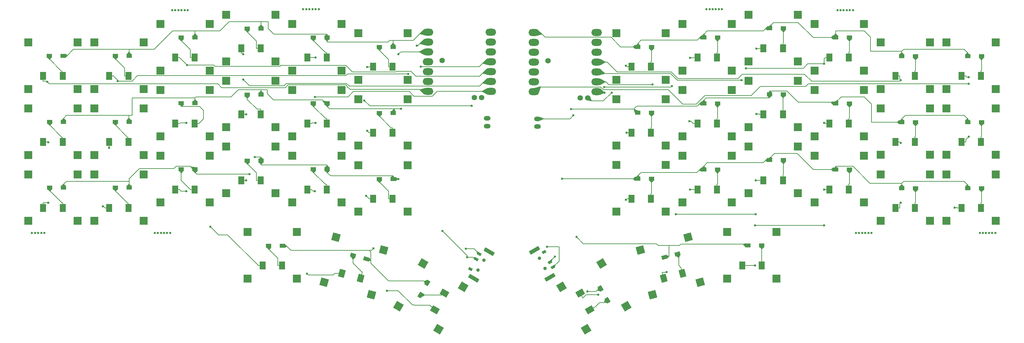
<source format=gbr>
%TF.GenerationSoftware,KiCad,Pcbnew,8.0.7*%
%TF.CreationDate,2025-01-03T21:23:36+01:00*%
%TF.ProjectId,_autosave-corne-xiao,5f617574-6f73-4617-9665-2d636f726e65,1.1*%
%TF.SameCoordinates,Original*%
%TF.FileFunction,Copper,L1,Top*%
%TF.FilePolarity,Positive*%
%FSLAX46Y46*%
G04 Gerber Fmt 4.6, Leading zero omitted, Abs format (unit mm)*
G04 Created by KiCad (PCBNEW 8.0.7) date 2025-01-03 21:23:36*
%MOMM*%
%LPD*%
G01*
G04 APERTURE LIST*
G04 Aperture macros list*
%AMRotRect*
0 Rectangle, with rotation*
0 The origin of the aperture is its center*
0 $1 length*
0 $2 width*
0 $3 Rotation angle, in degrees counterclockwise*
0 Add horizontal line*
21,1,$1,$2,0,0,$3*%
G04 Aperture macros list end*
%TA.AperFunction,SMDPad,CuDef*%
%ADD10R,1.400000X1.000000*%
%TD*%
%TA.AperFunction,SMDPad,CuDef*%
%ADD11RotRect,1.400000X1.000000X165.000000*%
%TD*%
%TA.AperFunction,SMDPad,CuDef*%
%ADD12RotRect,1.400000X1.000000X240.000000*%
%TD*%
%TA.AperFunction,SMDPad,CuDef*%
%ADD13R,1.550000X2.000000*%
%TD*%
%TA.AperFunction,SMDPad,CuDef*%
%ADD14R,2.000000X2.000000*%
%TD*%
%TA.AperFunction,SMDPad,CuDef*%
%ADD15RotRect,1.550000X2.000000X345.000000*%
%TD*%
%TA.AperFunction,SMDPad,CuDef*%
%ADD16RotRect,2.000000X2.000000X345.000000*%
%TD*%
%TA.AperFunction,SMDPad,CuDef*%
%ADD17RotRect,1.550000X2.000000X60.000000*%
%TD*%
%TA.AperFunction,SMDPad,CuDef*%
%ADD18RotRect,2.000000X2.000000X60.000000*%
%TD*%
%TA.AperFunction,SMDPad,CuDef*%
%ADD19RotRect,1.550000X2.000000X300.000000*%
%TD*%
%TA.AperFunction,SMDPad,CuDef*%
%ADD20RotRect,2.000000X2.000000X300.000000*%
%TD*%
%TA.AperFunction,SMDPad,CuDef*%
%ADD21RotRect,1.400000X1.000000X15.000000*%
%TD*%
%TA.AperFunction,SMDPad,CuDef*%
%ADD22RotRect,1.400000X1.000000X300.000000*%
%TD*%
%TA.AperFunction,SMDPad,CuDef*%
%ADD23RotRect,1.550000X2.000000X15.000000*%
%TD*%
%TA.AperFunction,SMDPad,CuDef*%
%ADD24RotRect,2.000000X2.000000X15.000000*%
%TD*%
%TA.AperFunction,ComponentPad*%
%ADD25O,2.750000X1.800000*%
%TD*%
%TA.AperFunction,ComponentPad*%
%ADD26C,1.397000*%
%TD*%
%TA.AperFunction,WasherPad*%
%ADD27C,0.900000*%
%TD*%
%TA.AperFunction,SMDPad,CuDef*%
%ADD28RotRect,0.700000X1.000000X240.000000*%
%TD*%
%TA.AperFunction,SMDPad,CuDef*%
%ADD29RotRect,2.800000X1.000000X150.000000*%
%TD*%
%TA.AperFunction,ComponentPad*%
%ADD30O,1.750000X1.200000*%
%TD*%
%TA.AperFunction,SMDPad,CuDef*%
%ADD31RotRect,0.700000X1.000000X120.000000*%
%TD*%
%TA.AperFunction,SMDPad,CuDef*%
%ADD32RotRect,2.800000X1.000000X30.000000*%
%TD*%
%TA.AperFunction,ViaPad*%
%ADD33C,0.600000*%
%TD*%
%TA.AperFunction,Conductor*%
%ADD34C,0.200000*%
%TD*%
G04 APERTURE END LIST*
D10*
%TO.P,D1,1,K*%
%TO.N,ROW0_L*%
X-132839500Y57650000D03*
%TO.P,D1,2,A*%
%TO.N,Net-(D1-A)*%
X-136389500Y57650000D03*
%TD*%
%TO.P,D2,1,K*%
%TO.N,ROW0_L*%
X-115839500Y57650000D03*
%TO.P,D2,2,A*%
%TO.N,Net-(D2-A)*%
X-119389500Y57650000D03*
%TD*%
%TO.P,D3,1,K*%
%TO.N,ROW0_L*%
X-98839500Y62400000D03*
%TO.P,D3,2,A*%
%TO.N,Net-(D3-A)*%
X-102389500Y62400000D03*
%TD*%
%TO.P,D4,1,K*%
%TO.N,ROW0_L*%
X-81839500Y64649800D03*
%TO.P,D4,2,A*%
%TO.N,Net-(D4-A)*%
X-85389500Y64649800D03*
%TD*%
%TO.P,D5,1,K*%
%TO.N,ROW0_L*%
X-64839500Y62399100D03*
%TO.P,D5,2,A*%
%TO.N,Net-(D5-A)*%
X-68389500Y62399100D03*
%TD*%
%TO.P,D6,1,K*%
%TO.N,ROW0_L*%
X-47839500Y59899500D03*
%TO.P,D6,2,A*%
%TO.N,Net-(D6-A)*%
X-51389500Y59899500D03*
%TD*%
%TO.P,D7,1,K*%
%TO.N,ROW1_L*%
X-132777000Y40650000D03*
%TO.P,D7,2,A*%
%TO.N,Net-(D7-A)*%
X-136327000Y40650000D03*
%TD*%
%TO.P,D8,1,K*%
%TO.N,ROW1_L*%
X-115839500Y40650000D03*
%TO.P,D8,2,A*%
%TO.N,Net-(D8-A)*%
X-119389500Y40650000D03*
%TD*%
%TO.P,D9,1,K*%
%TO.N,ROW1_L*%
X-98839500Y45400000D03*
%TO.P,D9,2,A*%
%TO.N,Net-(D9-A)*%
X-102389500Y45400000D03*
%TD*%
%TO.P,D10,1,K*%
%TO.N,ROW1_L*%
X-81839500Y47650100D03*
%TO.P,D10,2,A*%
%TO.N,Net-(D10-A)*%
X-85389500Y47650100D03*
%TD*%
%TO.P,D11,1,K*%
%TO.N,ROW1_L*%
X-64839500Y45399500D03*
%TO.P,D11,2,A*%
%TO.N,Net-(D11-A)*%
X-68389500Y45399500D03*
%TD*%
%TO.P,D12,1,K*%
%TO.N,ROW1_L*%
X-47839500Y42899900D03*
%TO.P,D12,2,A*%
%TO.N,Net-(D12-A)*%
X-51389500Y42899900D03*
%TD*%
%TO.P,D13,1,K*%
%TO.N,ROW2_L*%
X-132777000Y23696900D03*
%TO.P,D13,2,A*%
%TO.N,Net-(D13-A)*%
X-136327000Y23696900D03*
%TD*%
%TO.P,D14,1,K*%
%TO.N,ROW2_L*%
X-115839500Y23650000D03*
%TO.P,D14,2,A*%
%TO.N,Net-(D14-A)*%
X-119389500Y23650000D03*
%TD*%
%TO.P,D15,1,K*%
%TO.N,ROW2_L*%
X-98839500Y28400000D03*
%TO.P,D15,2,A*%
%TO.N,Net-(D15-A)*%
X-102389500Y28400000D03*
%TD*%
%TO.P,D16,1,K*%
%TO.N,ROW2_L*%
X-81839500Y30650000D03*
%TO.P,D16,2,A*%
%TO.N,Net-(D16-A)*%
X-85389500Y30650000D03*
%TD*%
%TO.P,D17,1,K*%
%TO.N,ROW2_L*%
X-64839500Y28400000D03*
%TO.P,D17,2,A*%
%TO.N,Net-(D17-A)*%
X-68389500Y28400000D03*
%TD*%
%TO.P,D18,1,K*%
%TO.N,ROW2_L*%
X-47839500Y25900000D03*
%TO.P,D18,2,A*%
%TO.N,Net-(D18-A)*%
X-51389500Y25900000D03*
%TD*%
%TO.P,D19,1,K*%
%TO.N,ROW3_L*%
X-76339500Y8650000D03*
%TO.P,D19,2,A*%
%TO.N,Net-(D19-A)*%
X-79889500Y8650000D03*
%TD*%
D11*
%TO.P,D20,1,K*%
%TO.N,ROW3_L*%
X-54749982Y5290596D03*
%TO.P,D20,2,A*%
%TO.N,Net-(D20-A)*%
X-58179018Y6209404D03*
%TD*%
D12*
%TO.P,D21,1,K*%
%TO.N,ROW3_L*%
X-38977000Y-912805D03*
%TO.P,D21,2,A*%
%TO.N,Net-(D21-A)*%
X-40752000Y-3987195D03*
%TD*%
D13*
%TO.P,SW2,1,1*%
%TO.N,COL1_L*%
X-120944600Y52450000D03*
%TO.P,SW2,2,2*%
%TO.N,Net-(D2-A)*%
X-115944600Y52450000D03*
D14*
%TO.P,SW2,3*%
%TO.N,N/C*%
X-124794600Y61100000D03*
X-124794600Y49100000D03*
X-112094600Y61100000D03*
X-112094600Y49100000D03*
%TD*%
D13*
%TO.P,SW3,1,1*%
%TO.N,COL2_L*%
X-103944600Y57200000D03*
%TO.P,SW3,2,2*%
%TO.N,Net-(D3-A)*%
X-98944600Y57200000D03*
D14*
%TO.P,SW3,3*%
%TO.N,N/C*%
X-107794600Y65850000D03*
X-107794600Y53850000D03*
X-95094600Y65850000D03*
X-95094600Y53850000D03*
%TD*%
D13*
%TO.P,SW4,1,1*%
%TO.N,COL3_L*%
X-86944600Y59574800D03*
%TO.P,SW4,2,2*%
%TO.N,Net-(D4-A)*%
X-81944600Y59574800D03*
D14*
%TO.P,SW4,3*%
%TO.N,N/C*%
X-90794600Y68224800D03*
X-90794600Y56224800D03*
X-78094600Y68224800D03*
X-78094600Y56224800D03*
%TD*%
D13*
%TO.P,SW5,1,1*%
%TO.N,COL4_L*%
X-69944600Y57199100D03*
%TO.P,SW5,2,2*%
%TO.N,Net-(D5-A)*%
X-64944600Y57199100D03*
D14*
%TO.P,SW5,3*%
%TO.N,N/C*%
X-73794600Y65849100D03*
X-73794600Y53849100D03*
X-61094600Y65849100D03*
X-61094600Y53849100D03*
%TD*%
D13*
%TO.P,SW7,1,1*%
%TO.N,COL0_L*%
X-137944600Y35450000D03*
%TO.P,SW7,2,2*%
%TO.N,Net-(D7-A)*%
X-132944600Y35450000D03*
D14*
%TO.P,SW7,3*%
%TO.N,N/C*%
X-141794600Y44100000D03*
X-141794600Y32100000D03*
X-129094600Y44100000D03*
X-129094600Y32100000D03*
%TD*%
D13*
%TO.P,SW8,1,1*%
%TO.N,COL1_L*%
X-120944600Y35450000D03*
%TO.P,SW8,2,2*%
%TO.N,Net-(D8-A)*%
X-115944600Y35450000D03*
D14*
%TO.P,SW8,3*%
%TO.N,N/C*%
X-124794600Y44100000D03*
X-124794600Y32100000D03*
X-112094600Y44100000D03*
X-112094600Y32100000D03*
%TD*%
D13*
%TO.P,SW9,1,1*%
%TO.N,COL2_L*%
X-103944600Y40200000D03*
%TO.P,SW9,2,2*%
%TO.N,Net-(D9-A)*%
X-98944600Y40200000D03*
D14*
%TO.P,SW9,3*%
%TO.N,N/C*%
X-107794600Y48850000D03*
X-107794600Y36850000D03*
X-95094600Y48850000D03*
X-95094600Y36850000D03*
%TD*%
D13*
%TO.P,SW10,1,1*%
%TO.N,COL3_L*%
X-86944600Y42575100D03*
%TO.P,SW10,2,2*%
%TO.N,Net-(D10-A)*%
X-81944600Y42575100D03*
D14*
%TO.P,SW10,3*%
%TO.N,N/C*%
X-90794600Y51225100D03*
X-90794600Y39225100D03*
X-78094600Y51225100D03*
X-78094600Y39225100D03*
%TD*%
D13*
%TO.P,SW11,1,1*%
%TO.N,COL4_L*%
X-69944600Y40199500D03*
%TO.P,SW11,2,2*%
%TO.N,Net-(D11-A)*%
X-64944600Y40199500D03*
D14*
%TO.P,SW11,3*%
%TO.N,N/C*%
X-73794600Y48849500D03*
X-73794600Y36849500D03*
X-61094600Y48849500D03*
X-61094600Y36849500D03*
%TD*%
D13*
%TO.P,SW12,1,1*%
%TO.N,COL5_L*%
X-52944600Y37824900D03*
%TO.P,SW12,2,2*%
%TO.N,Net-(D12-A)*%
X-47944600Y37824900D03*
D14*
%TO.P,SW12,3*%
%TO.N,N/C*%
X-56794600Y46474900D03*
X-56794600Y34474900D03*
X-44094600Y46474900D03*
X-44094600Y34474900D03*
%TD*%
D13*
%TO.P,SW13,1,1*%
%TO.N,COL0_L*%
X-137944600Y18450000D03*
%TO.P,SW13,2,2*%
%TO.N,Net-(D13-A)*%
X-132944600Y18450000D03*
D14*
%TO.P,SW13,3*%
%TO.N,N/C*%
X-141794600Y27100000D03*
X-141794600Y15100000D03*
X-129094600Y27100000D03*
X-129094600Y15100000D03*
%TD*%
D13*
%TO.P,SW14,1,1*%
%TO.N,COL1_L*%
X-120944600Y18450000D03*
%TO.P,SW14,2,2*%
%TO.N,Net-(D14-A)*%
X-115944600Y18450000D03*
D14*
%TO.P,SW14,3*%
%TO.N,N/C*%
X-124794600Y27100000D03*
X-124794600Y15100000D03*
X-112094600Y27100000D03*
X-112094600Y15100000D03*
%TD*%
D13*
%TO.P,SW15,1,1*%
%TO.N,COL2_L*%
X-103944600Y23200000D03*
%TO.P,SW15,2,2*%
%TO.N,Net-(D15-A)*%
X-98944600Y23200000D03*
D14*
%TO.P,SW15,3*%
%TO.N,N/C*%
X-107794600Y31850000D03*
X-107794600Y19850000D03*
X-95094600Y31850000D03*
X-95094600Y19850000D03*
%TD*%
D13*
%TO.P,SW16,1,1*%
%TO.N,COL3_L*%
X-86944600Y25575000D03*
%TO.P,SW16,2,2*%
%TO.N,Net-(D16-A)*%
X-81944600Y25575000D03*
D14*
%TO.P,SW16,3*%
%TO.N,N/C*%
X-90794600Y34225000D03*
X-90794600Y22225000D03*
X-78094600Y34225000D03*
X-78094600Y22225000D03*
%TD*%
D13*
%TO.P,SW17,1,1*%
%TO.N,COL4_L*%
X-69944600Y23200000D03*
%TO.P,SW17,2,2*%
%TO.N,Net-(D17-A)*%
X-64944600Y23200000D03*
D14*
%TO.P,SW17,3*%
%TO.N,N/C*%
X-73794600Y31850000D03*
X-73794600Y19850000D03*
X-61094600Y31850000D03*
X-61094600Y19850000D03*
%TD*%
D13*
%TO.P,SW18,1,1*%
%TO.N,COL5_L*%
X-52944600Y20825000D03*
%TO.P,SW18,2,2*%
%TO.N,Net-(D18-A)*%
X-47944600Y20825000D03*
D14*
%TO.P,SW18,3*%
%TO.N,N/C*%
X-56794600Y29475000D03*
X-56794600Y17475000D03*
X-44094600Y29475000D03*
X-44094600Y17475000D03*
%TD*%
D13*
%TO.P,SW19,1,1*%
%TO.N,COL2_L*%
X-81444600Y3575000D03*
%TO.P,SW19,2,2*%
%TO.N,Net-(D19-A)*%
X-76444600Y3575000D03*
D14*
%TO.P,SW19,3*%
%TO.N,N/C*%
X-85294600Y12225000D03*
X-85294600Y225000D03*
X-72594600Y12225000D03*
X-72594600Y225000D03*
%TD*%
D15*
%TO.P,SW20,1,1*%
%TO.N,COL3_L*%
X-61045285Y1562344D03*
%TO.P,SW20,2,2*%
%TO.N,Net-(D20-A)*%
X-56215656Y268249D03*
D16*
%TO.P,SW20,3*%
%TO.N,N/C*%
X-62525315Y10914056D03*
X-65631143Y-677054D03*
X-50258057Y7627054D03*
X-53363885Y-3964056D03*
%TD*%
D17*
%TO.P,SW21,1,1*%
%TO.N,COL4_L*%
X-37069533Y-7840064D03*
%TO.P,SW21,2,2*%
%TO.N,Net-(D21-A)*%
X-34569534Y-3509936D03*
D18*
%TO.P,SW21,3*%
%TO.N,N/C*%
X-46485652Y-6849261D03*
X-36093348Y-12849261D03*
X-40135652Y4149261D03*
X-29743348Y-1850739D03*
%TD*%
D19*
%TO.P,SW42,1,1*%
%TO.N,COL4_R*%
X340534Y-3509936D03*
%TO.P,SW42,2,2*%
%TO.N,Net-(D42-A)*%
X2840533Y-7840064D03*
D20*
%TO.P,SW42,3*%
%TO.N,N/C*%
X5906652Y4149261D03*
X-4485652Y-1850739D03*
X12256652Y-6849261D03*
X1864348Y-12849261D03*
%TD*%
D10*
%TO.P,D23,1,K*%
%TO.N,ROW0_R*%
X83160500Y57550000D03*
%TO.P,D23,2,A*%
%TO.N,Net-(D23-A)*%
X86710500Y57550000D03*
%TD*%
%TO.P,D24,1,K*%
%TO.N,ROW0_R*%
X66160500Y62350000D03*
%TO.P,D24,2,A*%
%TO.N,Net-(D24-A)*%
X69710500Y62350000D03*
%TD*%
%TO.P,D25,1,K*%
%TO.N,ROW0_R*%
X49160500Y64750000D03*
%TO.P,D25,2,A*%
%TO.N,Net-(D25-A)*%
X52710500Y64750000D03*
%TD*%
%TO.P,D27,1,K*%
%TO.N,ROW0_R*%
X15160500Y59950000D03*
%TO.P,D27,2,A*%
%TO.N,Net-(D27-A)*%
X18710500Y59950000D03*
%TD*%
%TO.P,D28,1,K*%
%TO.N,ROW1_R*%
X100160500Y40550000D03*
%TO.P,D28,2,A*%
%TO.N,Net-(D28-A)*%
X103710500Y40550000D03*
%TD*%
%TO.P,D29,1,K*%
%TO.N,ROW1_R*%
X83160500Y40550000D03*
%TO.P,D29,2,A*%
%TO.N,Net-(D29-A)*%
X86710500Y40550000D03*
%TD*%
%TO.P,D30,1,K*%
%TO.N,ROW1_R*%
X66160500Y45350000D03*
%TO.P,D30,2,A*%
%TO.N,Net-(D30-A)*%
X69710500Y45350000D03*
%TD*%
%TO.P,D31,1,K*%
%TO.N,ROW1_R*%
X49160500Y47750000D03*
%TO.P,D31,2,A*%
%TO.N,Net-(D31-A)*%
X52710500Y47750000D03*
%TD*%
%TO.P,D32,1,K*%
%TO.N,ROW1_R*%
X32160500Y45350000D03*
%TO.P,D32,2,A*%
%TO.N,Net-(D32-A)*%
X35710500Y45350000D03*
%TD*%
%TO.P,D33,1,K*%
%TO.N,ROW1_R*%
X15160500Y42950000D03*
%TO.P,D33,2,A*%
%TO.N,Net-(D33-A)*%
X18710500Y42950000D03*
%TD*%
%TO.P,D34,1,K*%
%TO.N,ROW2_R*%
X100160500Y23550000D03*
%TO.P,D34,2,A*%
%TO.N,Net-(D34-A)*%
X103710500Y23550000D03*
%TD*%
%TO.P,D35,1,K*%
%TO.N,ROW2_R*%
X83160500Y23550000D03*
%TO.P,D35,2,A*%
%TO.N,Net-(D35-A)*%
X86710500Y23550000D03*
%TD*%
%TO.P,D36,1,K*%
%TO.N,ROW2_R*%
X66160500Y28350000D03*
%TO.P,D36,2,A*%
%TO.N,Net-(D36-A)*%
X69710500Y28350000D03*
%TD*%
%TO.P,D37,1,K*%
%TO.N,ROW2_R*%
X49160500Y30750000D03*
%TO.P,D37,2,A*%
%TO.N,Net-(D37-A)*%
X52710500Y30750000D03*
%TD*%
%TO.P,D38,1,K*%
%TO.N,ROW2_R*%
X32160500Y28350000D03*
%TO.P,D38,2,A*%
%TO.N,Net-(D38-A)*%
X35710500Y28350000D03*
%TD*%
%TO.P,D39,1,K*%
%TO.N,ROW2_R*%
X15160500Y25950000D03*
%TO.P,D39,2,A*%
%TO.N,Net-(D39-A)*%
X18710500Y25950000D03*
%TD*%
%TO.P,D40,1,K*%
%TO.N,ROW3_R*%
X43560500Y8750000D03*
%TO.P,D40,2,A*%
%TO.N,Net-(D40-A)*%
X47110500Y8750000D03*
%TD*%
D21*
%TO.P,D41,1,K*%
%TO.N,ROW3_R*%
X22020982Y5690596D03*
%TO.P,D41,2,A*%
%TO.N,Net-(D41-A)*%
X25450018Y6609404D03*
%TD*%
D22*
%TO.P,D42,1,K*%
%TO.N,ROW3_R*%
X5648000Y-2312805D03*
%TO.P,D42,2,A*%
%TO.N,Net-(D42-A)*%
X7423000Y-5387195D03*
%TD*%
D10*
%TO.P,D22,1,K*%
%TO.N,ROW0_R*%
X100160500Y57550000D03*
%TO.P,D22,2,A*%
%TO.N,Net-(D22-A)*%
X103710500Y57550000D03*
%TD*%
D13*
%TO.P,SW37,1,1*%
%TO.N,COL3_R*%
X47562400Y25580000D03*
%TO.P,SW37,2,2*%
%TO.N,Net-(D37-A)*%
X52562400Y25580000D03*
D14*
%TO.P,SW37,3*%
%TO.N,N/C*%
X43712400Y34230000D03*
X43712400Y22230000D03*
X56412400Y34230000D03*
X56412400Y22230000D03*
%TD*%
D13*
%TO.P,SW38,1,1*%
%TO.N,COL4_R*%
X30562400Y23205000D03*
%TO.P,SW38,2,2*%
%TO.N,Net-(D38-A)*%
X35562400Y23205000D03*
D14*
%TO.P,SW38,3*%
%TO.N,N/C*%
X26712400Y31855000D03*
X26712400Y19855000D03*
X39412400Y31855000D03*
X39412400Y19855000D03*
%TD*%
D13*
%TO.P,SW39,1,1*%
%TO.N,COL5_R*%
X13562400Y20830000D03*
%TO.P,SW39,2,2*%
%TO.N,Net-(D39-A)*%
X18562400Y20830000D03*
D14*
%TO.P,SW39,3*%
%TO.N,N/C*%
X9712400Y29480000D03*
X9712400Y17480000D03*
X22412400Y29480000D03*
X22412400Y17480000D03*
%TD*%
D13*
%TO.P,SW40,1,1*%
%TO.N,COL2_R*%
X42062400Y3580000D03*
%TO.P,SW40,2,2*%
%TO.N,Net-(D40-A)*%
X47062400Y3580000D03*
D14*
%TO.P,SW40,3*%
%TO.N,N/C*%
X38212400Y12230000D03*
X38212400Y230000D03*
X50912400Y12230000D03*
X50912400Y230000D03*
%TD*%
D23*
%TO.P,SW41,1,1*%
%TO.N,COL3_R*%
X21833456Y273249D03*
%TO.P,SW41,2,2*%
%TO.N,Net-(D41-A)*%
X26663085Y1567344D03*
D24*
%TO.P,SW41,3*%
%TO.N,N/C*%
X15875857Y7632054D03*
X18981685Y-3959056D03*
X28143115Y10919056D03*
X31248943Y-672054D03*
%TD*%
D13*
%TO.P,SW25,1,1*%
%TO.N,COL3_R*%
X47562400Y59580000D03*
%TO.P,SW25,2,2*%
%TO.N,Net-(D25-A)*%
X52562400Y59580000D03*
D14*
%TO.P,SW25,3*%
%TO.N,N/C*%
X43712400Y68230000D03*
X43712400Y56230000D03*
X56412400Y68230000D03*
X56412400Y56230000D03*
%TD*%
D13*
%TO.P,SW26,1,1*%
%TO.N,COL4_R*%
X30562400Y57205000D03*
%TO.P,SW26,2,2*%
%TO.N,Net-(D26-A)*%
X35562400Y57205000D03*
D14*
%TO.P,SW26,3*%
%TO.N,N/C*%
X26712400Y65855000D03*
X26712400Y53855000D03*
X39412400Y65855000D03*
X39412400Y53855000D03*
%TD*%
D13*
%TO.P,SW28,1,1*%
%TO.N,COL0_R*%
X98562400Y35455000D03*
%TO.P,SW28,2,2*%
%TO.N,Net-(D28-A)*%
X103562400Y35455000D03*
D14*
%TO.P,SW28,3*%
%TO.N,N/C*%
X94712400Y44105000D03*
X94712400Y32105000D03*
X107412400Y44105000D03*
X107412400Y32105000D03*
%TD*%
D13*
%TO.P,SW24,1,1*%
%TO.N,COL2_R*%
X64562400Y57205000D03*
%TO.P,SW24,2,2*%
%TO.N,Net-(D24-A)*%
X69562400Y57205000D03*
D14*
%TO.P,SW24,3*%
%TO.N,N/C*%
X60712400Y65855000D03*
X60712400Y53855000D03*
X73412400Y65855000D03*
X73412400Y53855000D03*
%TD*%
D13*
%TO.P,SW29,1,1*%
%TO.N,COL1_R*%
X81562400Y35455000D03*
%TO.P,SW29,2,2*%
%TO.N,Net-(D29-A)*%
X86562400Y35455000D03*
D14*
%TO.P,SW29,3*%
%TO.N,N/C*%
X77712400Y44105000D03*
X77712400Y32105000D03*
X90412400Y44105000D03*
X90412400Y32105000D03*
%TD*%
D13*
%TO.P,SW35,1,1*%
%TO.N,COL1_R*%
X81562400Y18455000D03*
%TO.P,SW35,2,2*%
%TO.N,Net-(D35-A)*%
X86562400Y18455000D03*
D14*
%TO.P,SW35,3*%
%TO.N,N/C*%
X77712400Y27105000D03*
X77712400Y15105000D03*
X90412400Y27105000D03*
X90412400Y15105000D03*
%TD*%
D13*
%TO.P,SW36,1,1*%
%TO.N,COL2_R*%
X64562400Y23205000D03*
%TO.P,SW36,2,2*%
%TO.N,Net-(D36-A)*%
X69562400Y23205000D03*
D14*
%TO.P,SW36,3*%
%TO.N,N/C*%
X60712400Y31855000D03*
X60712400Y19855000D03*
X73412400Y31855000D03*
X73412400Y19855000D03*
%TD*%
D13*
%TO.P,SW22,1,1*%
%TO.N,COL0_R*%
X98562400Y52455000D03*
%TO.P,SW22,2,2*%
%TO.N,Net-(D22-A)*%
X103562400Y52455000D03*
D14*
%TO.P,SW22,3*%
%TO.N,N/C*%
X94712400Y61105000D03*
X94712400Y49105000D03*
X107412400Y61105000D03*
X107412400Y49105000D03*
%TD*%
D13*
%TO.P,SW23,1,1*%
%TO.N,COL1_R*%
X81562400Y52455000D03*
%TO.P,SW23,2,2*%
%TO.N,Net-(D23-A)*%
X86562400Y52455000D03*
D14*
%TO.P,SW23,3*%
%TO.N,N/C*%
X77712400Y61105000D03*
X77712400Y49105000D03*
X90412400Y61105000D03*
X90412400Y49105000D03*
%TD*%
D13*
%TO.P,SW30,1,1*%
%TO.N,COL2_R*%
X64562400Y40205000D03*
%TO.P,SW30,2,2*%
%TO.N,Net-(D30-A)*%
X69562400Y40205000D03*
D14*
%TO.P,SW30,3*%
%TO.N,N/C*%
X60712400Y48855000D03*
X60712400Y36855000D03*
X73412400Y48855000D03*
X73412400Y36855000D03*
%TD*%
D13*
%TO.P,SW31,1,1*%
%TO.N,COL3_R*%
X47562400Y42580000D03*
%TO.P,SW31,2,2*%
%TO.N,Net-(D31-A)*%
X52562400Y42580000D03*
D14*
%TO.P,SW31,3*%
%TO.N,N/C*%
X43712400Y51230000D03*
X43712400Y39230000D03*
X56412400Y51230000D03*
X56412400Y39230000D03*
%TD*%
D13*
%TO.P,SW32,1,1*%
%TO.N,COL4_R*%
X30562400Y40205000D03*
%TO.P,SW32,2,2*%
%TO.N,Net-(D32-A)*%
X35562400Y40205000D03*
D14*
%TO.P,SW32,3*%
%TO.N,N/C*%
X26712400Y48855000D03*
X26712400Y36855000D03*
X39412400Y48855000D03*
X39412400Y36855000D03*
%TD*%
D13*
%TO.P,SW33,1,1*%
%TO.N,COL5_R*%
X13562400Y37830000D03*
%TO.P,SW33,2,2*%
%TO.N,Net-(D33-A)*%
X18562400Y37830000D03*
D14*
%TO.P,SW33,3*%
%TO.N,N/C*%
X9712400Y46480000D03*
X9712400Y34480000D03*
X22412400Y46480000D03*
X22412400Y34480000D03*
%TD*%
D13*
%TO.P,SW34,1,1*%
%TO.N,COL0_R*%
X98562400Y18455000D03*
%TO.P,SW34,2,2*%
%TO.N,Net-(D34-A)*%
X103562400Y18455000D03*
D14*
%TO.P,SW34,3*%
%TO.N,N/C*%
X94712400Y27105000D03*
X94712400Y15105000D03*
X107412400Y27105000D03*
X107412400Y15105000D03*
%TD*%
D10*
%TO.P,D26,1,K*%
%TO.N,ROW0_R*%
X32160500Y62350000D03*
%TO.P,D26,2,A*%
%TO.N,Net-(D26-A)*%
X35710500Y62350000D03*
%TD*%
D13*
%TO.P,SW1,1,1*%
%TO.N,COL0_L*%
X-137944600Y52450000D03*
%TO.P,SW1,2,2*%
%TO.N,Net-(D1-A)*%
X-132944600Y52450000D03*
D14*
%TO.P,SW1,3*%
%TO.N,N/C*%
X-141794600Y61100000D03*
X-141794600Y49100000D03*
X-129094600Y61100000D03*
X-129094600Y49100000D03*
%TD*%
D13*
%TO.P,SW6,1,1*%
%TO.N,COL5_L*%
X-52944600Y54824500D03*
%TO.P,SW6,2,2*%
%TO.N,Net-(D6-A)*%
X-47944600Y54824500D03*
D14*
%TO.P,SW6,3*%
%TO.N,N/C*%
X-56794600Y63474500D03*
X-56794600Y51474500D03*
X-44094600Y63474500D03*
X-44094600Y51474500D03*
%TD*%
D13*
%TO.P,SW27,1,1*%
%TO.N,COL5_R*%
X13555400Y54825000D03*
%TO.P,SW27,2,2*%
%TO.N,Net-(D27-A)*%
X18555400Y54825000D03*
D14*
%TO.P,SW27,3*%
%TO.N,N/C*%
X9705400Y63475000D03*
X9705400Y51475000D03*
X22405400Y63475000D03*
X22405400Y51475000D03*
%TD*%
D25*
%TO.P,U1,1,A2/0.02_H*%
%TO.N,ROW0_L*%
X-38875200Y63723100D03*
%TO.P,U1,2,A4/0.03_H*%
%TO.N,ROW1_L*%
X-38875200Y61183100D03*
%TO.P,U1,3,A10/0.28*%
%TO.N,ROW2_L*%
X-38875200Y58643100D03*
%TO.P,U1,4,A11/0.29*%
%TO.N,ROW3_L*%
X-38875200Y56103100D03*
%TO.P,U1,5,A8_SDA/0.04_H*%
%TO.N,SDA_L*%
X-38875200Y53563100D03*
%TO.P,U1,6,A9_SCL/0.05_H*%
%TO.N,SCL_L*%
X-38875200Y51023100D03*
%TO.P,U1,7,B8_TX/1.11*%
%TO.N,COL0_L*%
X-38875200Y48483100D03*
%TO.P,U1,8,B9_RX/1.12*%
%TO.N,COL4_L*%
X-22685200Y48483100D03*
%TO.P,U1,9,A7_SCK/1.13*%
%TO.N,COL3_L*%
X-22685200Y51023100D03*
%TO.P,U1,10,A5_MISO/1.14*%
%TO.N,COL2_L*%
X-22685200Y53563100D03*
%TO.P,U1,11,A6_MOSI/1.15*%
%TO.N,COL1_L*%
X-22685200Y56103100D03*
%TO.P,U1,12,3V3*%
%TO.N,VCC*%
X-22685200Y58643100D03*
%TO.P,U1,13,GND*%
%TO.N,GND*%
X-22685200Y61183100D03*
%TO.P,U1,14,5V*%
%TO.N,unconnected-(U1-5V-Pad14)*%
X-22685200Y63723100D03*
D26*
%TO.P,U1,15,BAT*%
%TO.N,BAT+_L*%
X-35225200Y56420100D03*
%TO.P,U1,16,NFC1/0.09_H*%
%TO.N,CS_L*%
X-26919400Y46857500D03*
%TO.P,U1,17,NFC2/0.10_H*%
%TO.N,COL5_L*%
X-25014400Y46857500D03*
%TD*%
D25*
%TO.P,U2,1,A2/0.02_H*%
%TO.N,ROW0_R*%
X-11580200Y63643100D03*
%TO.P,U2,2,A4/0.03_H*%
%TO.N,ROW1_R*%
X-11580200Y61103100D03*
%TO.P,U2,3,A10/0.28*%
%TO.N,ROW2_R*%
X-11580200Y58563100D03*
%TO.P,U2,4,A11/0.29*%
%TO.N,ROW3_R*%
X-11580200Y56023100D03*
%TO.P,U2,5,A8_SDA/0.04_H*%
%TO.N,SDA_R*%
X-11580200Y53483100D03*
%TO.P,U2,6,A9_SCL/0.05_H*%
%TO.N,SCL_R*%
X-11580200Y50943100D03*
%TO.P,U2,7,B8_TX/1.11*%
%TO.N,COL0_R*%
X-11580200Y48403100D03*
%TO.P,U2,8,B9_RX/1.12*%
%TO.N,COL4_R*%
X4609800Y48403100D03*
%TO.P,U2,9,A7_SCK/1.13*%
%TO.N,COL3_R*%
X4609800Y50943100D03*
%TO.P,U2,10,A5_MISO/1.14*%
%TO.N,COL2_R*%
X4609800Y53483100D03*
%TO.P,U2,11,A6_MOSI/1.15*%
%TO.N,COL1_R*%
X4609800Y56023100D03*
%TO.P,U2,12,3V3*%
%TO.N,VCCQ*%
X4609800Y58563100D03*
%TO.P,U2,13,GND*%
%TO.N,GND1*%
X4609800Y61103100D03*
%TO.P,U2,14,5V*%
%TO.N,unconnected-(U2-5V-Pad14)*%
X4609800Y63643100D03*
D26*
%TO.P,U2,15,BAT*%
%TO.N,BAT+_R*%
X-7930200Y56340100D03*
%TO.P,U2,16,NFC1/0.09_H*%
%TO.N,CS_R*%
X375600Y46777500D03*
%TO.P,U2,17,NFC2/0.10_H*%
%TO.N,COL5_R*%
X2280600Y46777500D03*
%TD*%
D27*
%TO.P,PSW1,*%
%TO.N,*%
X-24408634Y4971633D03*
X-25951936Y2398557D03*
D28*
%TO.P,PSW1,1,A*%
%TO.N,unconnected-(PSW1-A-Pad1)_1*%
X-27885781Y2649038D03*
%TO.P,PSW1,2,B*%
%TO.N,BAT+_L*%
X-26385781Y5247114D03*
%TO.P,PSW1,3,C*%
%TO.N,VBAT_L*%
X-25635781Y6546152D03*
D29*
%TO.P,PSW1,NC*%
%TO.N,N/C*%
X-27040333Y313397D03*
X-23065333Y7198299D03*
%TD*%
D30*
%TO.P,B2,1,Pin_1*%
%TO.N,VBAT_R*%
X-10604500Y39410000D03*
%TO.P,B2,2,Pin_2*%
%TO.N,GND1*%
X-10604500Y41410000D03*
%TD*%
%TO.P,B1,1,Pin_1*%
%TO.N,VBAT_L*%
X-23614500Y41550000D03*
%TO.P,B1,2,Pin_2*%
%TO.N,GND*%
X-23614500Y39550000D03*
%TD*%
D27*
%TO.P,PSW2,*%
%TO.N,*%
X-8670366Y2878367D03*
X-10127064Y5501443D03*
D31*
%TO.P,PSW2,1,A*%
%TO.N,unconnected-(PSW2-A-Pad1)_1*%
X-8943219Y7050962D03*
%TO.P,PSW2,2,B*%
%TO.N,BAT+_R*%
X-7443219Y4452886D03*
%TO.P,PSW2,3,C*%
%TO.N,VBAT_R*%
X-6693219Y3153848D03*
D32*
%TO.P,PSW2,NC*%
%TO.N,N/C*%
X-11388667Y7486603D03*
X-7413667Y601701D03*
%TD*%
D33*
%TO.N,*%
X70604250Y69384375D03*
X32885500Y69650000D03*
X-66989500Y69650000D03*
X-104708250Y69384375D03*
X-140833250Y12009375D03*
X-140036375Y12009375D03*
X-139239500Y12009375D03*
X-138442625Y12009375D03*
X-137645750Y12009375D03*
X-109223875Y12009375D03*
X-108427000Y12009375D03*
X-107630125Y12009375D03*
X-106833250Y12009375D03*
X-106036375Y12009375D03*
X-105239500Y12009375D03*
X71401125Y12009375D03*
X72198000Y12009375D03*
X72994875Y12009375D03*
X73791750Y12009375D03*
X74588625Y12009375D03*
X75385500Y12009375D03*
X103276125Y12009375D03*
X104073000Y12009375D03*
X104869875Y12009375D03*
X105666750Y12009375D03*
X106463625Y12009375D03*
X107260500Y12009375D03*
X69807375Y69384375D03*
X69010500Y69384375D03*
X68213625Y69384375D03*
X67416750Y69384375D03*
X66619875Y69384375D03*
X36869875Y69650000D03*
X36073000Y69650000D03*
X35276125Y69650000D03*
X34479250Y69650000D03*
X33682375Y69650000D03*
X-67786375Y69650000D03*
X-68583250Y69650000D03*
X-69380125Y69650000D03*
X-70177000Y69650000D03*
X-70973875Y69650000D03*
X-100723875Y69384375D03*
X-101520750Y69384375D03*
X-102317625Y69384375D03*
X-103114500Y69384375D03*
X-103911375Y69384375D03*
%TO.N,VBAT_L*%
X-29137938Y7892188D03*
%TO.N,VBAT_R*%
X-8169500Y8415700D03*
%TO.N,GND1*%
X-1375500Y42336700D03*
%TO.N,ROW1_L*%
X-45815500Y43995000D03*
X-41755125Y60263900D03*
%TO.N,ROW2_L*%
X-46442500Y25900000D03*
X-46442500Y58027800D03*
X-84786375Y27150000D03*
X-83491200Y31552500D03*
%TO.N,ROW3_L*%
X-52898500Y8018900D03*
%TO.N,ROW1_R*%
X-2025500Y43884375D03*
%TO.N,ROW2_R*%
X-4320500Y25950000D03*
%TO.N,ROW3_R*%
X-583250Y10946875D03*
X2194500Y-3039100D03*
%TO.N,BAT+_L*%
X-35114500Y12540625D03*
X-28739500Y5751000D03*
%TO.N,BAT+_R*%
X-6161375Y5900000D03*
%TO.N,COL0_L*%
X-136923700Y50937600D03*
X-136638100Y35384375D03*
X-136638100Y19776700D03*
%TO.N,COL1_L*%
X-118800200Y51123300D03*
X-120944600Y33916300D03*
X-40692625Y54833100D03*
X-43957500Y52984000D03*
X-122574100Y18882400D03*
%TO.N,COL2_L*%
X-94880125Y13603125D03*
X-101078000Y40377600D03*
X-100903500Y55260600D03*
X-101078000Y22727400D03*
%TO.N,COL3_L*%
X-86438000Y51569300D03*
X-85641700Y42575100D03*
X-85641700Y25575000D03*
X-70011000Y1478800D03*
X-86438000Y58061600D03*
%TO.N,COL4_L*%
X-68000500Y47048500D03*
X-67809600Y40377600D03*
X-67949000Y22727400D03*
X-49458250Y-2865625D03*
X-67809600Y57199100D03*
%TO.N,COL5_L*%
X-55229500Y46149200D03*
X-54770750Y21571875D03*
X-54505125Y38306250D03*
X-54505125Y54760300D03*
X-27614500Y44783700D03*
%TO.N,COL0_R*%
X96763500Y18495200D03*
X100413500Y52144400D03*
X100413500Y50431700D03*
X100413500Y36781700D03*
%TO.N,COL1_R*%
X82916500Y51379800D03*
X82916500Y35210000D03*
X82916500Y19781700D03*
%TO.N,COL2_R*%
X43010500Y54422600D03*
X63145500Y23205000D03*
X63145500Y13902300D03*
X45398500Y13902300D03*
X45398500Y3580000D03*
X63166750Y55571875D03*
X63145500Y40377600D03*
X41931500Y51377500D03*
%TO.N,COL3_R*%
X45571500Y16844000D03*
X45571500Y25580000D03*
X45763500Y42620200D03*
X19019500Y50221300D03*
X25016500Y16844000D03*
X45773500Y59525100D03*
X22587500Y1931600D03*
%TO.N,COL4_R*%
X28638100Y23140800D03*
X23968500Y49849400D03*
X6556500Y49594600D03*
X5011500Y-3926100D03*
X28462500Y40816700D03*
X6588625Y48134375D03*
X28638500Y57140800D03*
%TO.N,COL5_R*%
X12269500Y37830000D03*
X8448000Y48134375D03*
X12154500Y20543300D03*
X12151500Y55090100D03*
%TD*%
D34*
%TO.N,VBAT_L*%
X-29137938Y7892188D02*
X-26981788Y7892188D01*
X-26981788Y7892188D02*
X-25635800Y6546200D01*
%TO.N,VBAT_R*%
X-6693200Y3153800D02*
X-5098875Y4748125D01*
X-5098875Y8415700D02*
X-8169500Y8415700D01*
X-5098875Y4748125D02*
X-5098875Y8415700D01*
%TO.N,GND1*%
X-1375500Y42336700D02*
X-2302200Y41410000D01*
X-2302200Y41410000D02*
X-10604500Y41410000D01*
%TO.N,ROW0_L*%
X-131837800Y57650000D02*
X-132839500Y57650000D01*
X-109399575Y59290625D02*
X-116679925Y59290625D01*
X-92421125Y64071875D02*
X-98839500Y64071875D01*
X-40551900Y63723100D02*
X-42677600Y61597400D01*
X-49184600Y61150000D02*
X-64839500Y61150000D01*
X-64839500Y61150000D02*
X-64839500Y62399100D01*
X-80005125Y66462500D02*
X-90030500Y66462500D01*
X-98839500Y62400000D02*
X-98839500Y64071875D01*
X-64839500Y63200800D02*
X-78571099Y63200800D01*
X-64839500Y62399100D02*
X-64839500Y63200800D01*
X-130197175Y59290625D02*
X-131837800Y57650000D01*
X-98839500Y64071875D02*
X-104618325Y64071875D01*
X-98338600Y62400000D02*
X-98839500Y62400000D01*
X-116679925Y59290625D02*
X-130197175Y59290625D01*
X-47839500Y59899500D02*
X-47839500Y61572400D01*
X-104618325Y64071875D02*
X-109399575Y59290625D01*
X-48737200Y61597400D02*
X-49184600Y61150000D01*
X-115839500Y57650000D02*
X-115839500Y59290625D01*
X-78571099Y63200800D02*
X-80005125Y64634826D01*
X-81839500Y64649800D02*
X-81839500Y66437500D01*
X-90030500Y66462500D02*
X-92421125Y64071875D01*
X-42677600Y61597400D02*
X-47864500Y61597400D01*
X-80005125Y64634826D02*
X-80005125Y66462500D01*
X-47839500Y61572400D02*
X-47864500Y61597400D01*
X-47864500Y61597400D02*
X-48737200Y61597400D01*
X-38400200Y63723100D02*
X-40551900Y63723100D01*
%TO.N,Net-(D1-A)*%
X-136389500Y57650000D02*
X-136389500Y56848300D01*
X-132944600Y52450000D02*
X-132944600Y53403400D01*
X-132944600Y53403400D02*
X-133292900Y53751700D01*
X-133292900Y53751700D02*
X-136389500Y56848300D01*
%TO.N,Net-(D2-A)*%
X-115944600Y52450000D02*
X-117021300Y52450000D01*
X-119389500Y57650000D02*
X-119389500Y56848300D01*
X-117021300Y54480100D02*
X-119389500Y56848300D01*
X-117021300Y52450000D02*
X-117021300Y54480100D01*
%TO.N,Net-(D3-A)*%
X-100021300Y57200000D02*
X-100021300Y59230100D01*
X-100021300Y59230100D02*
X-102389500Y61598300D01*
X-102389500Y62400000D02*
X-102389500Y61598300D01*
X-98944600Y57200000D02*
X-100021300Y57200000D01*
%TO.N,Net-(D4-A)*%
X-85389500Y64649800D02*
X-85389500Y63848100D01*
X-83021300Y61479900D02*
X-85389500Y63848100D01*
X-81944600Y59574800D02*
X-83021300Y59574800D01*
X-83021300Y59574800D02*
X-83021300Y61479900D01*
%TO.N,Net-(D5-A)*%
X-64944600Y58500800D02*
X-65292900Y58500800D01*
X-68389500Y62399100D02*
X-68389500Y61597400D01*
X-64944600Y57199100D02*
X-64944600Y58500800D01*
X-65292900Y58500800D02*
X-68389500Y61597400D01*
%TO.N,Net-(D6-A)*%
X-47944600Y54824500D02*
X-49021300Y54824500D01*
X-49021300Y54824500D02*
X-49021300Y56729600D01*
X-49021300Y56729600D02*
X-51389500Y59097800D01*
X-51389500Y59899500D02*
X-51389500Y59097800D01*
%TO.N,ROW1_L*%
X-47598875Y43995000D02*
X-47598875Y43140525D01*
X-81864500Y48931250D02*
X-80270750Y48931250D01*
X-45815500Y43995000D02*
X-64236700Y43995000D01*
X-98839500Y46781250D02*
X-98864500Y46806250D01*
X-80270750Y47900751D02*
X-78627199Y46257200D01*
X-131938075Y42290625D02*
X-115067625Y42290625D01*
X-98598875Y47071875D02*
X-89567625Y47071875D01*
X-115067625Y42290625D02*
X-115067625Y46806250D01*
X-89567625Y47071875D02*
X-87708250Y48931250D01*
X-81839500Y48906250D02*
X-81864500Y48931250D01*
X-41471100Y60263900D02*
X-40551900Y61183100D01*
X-64839500Y45399500D02*
X-64839500Y44998700D01*
X-132777000Y40650000D02*
X-132777000Y41451700D01*
X-40551900Y61183100D02*
X-38400200Y61183100D01*
X-64839500Y44998700D02*
X-66098000Y46257200D01*
X-132777000Y41451700D02*
X-131938075Y42290625D01*
X-81839500Y47650100D02*
X-81839500Y48906250D01*
X-115067625Y46806250D02*
X-98864500Y46806250D01*
X-64839500Y44998700D02*
X-64839500Y44597800D01*
X-87708250Y48931250D02*
X-81864500Y48931250D01*
X-115839500Y40650000D02*
X-115864500Y40675000D01*
X-78627199Y46257200D02*
X-77083250Y46257200D01*
X-98839500Y45400000D02*
X-98839500Y46781250D01*
X-41755125Y60263900D02*
X-41471100Y60263900D01*
X-47598875Y43140525D02*
X-47839500Y42899900D01*
X-115864500Y40675000D02*
X-115864500Y42290625D01*
X-98864500Y46806250D02*
X-98598875Y47071875D01*
X-66098000Y46257200D02*
X-77083250Y46257200D01*
X-64236700Y43995000D02*
X-64839500Y44597800D01*
X-80270750Y48931250D02*
X-80270750Y47900751D01*
%TO.N,Net-(D7-A)*%
X-133230400Y36751700D02*
X-136327000Y39848300D01*
X-132944600Y35450000D02*
X-132944600Y36465900D01*
X-132944600Y36465900D02*
X-133230400Y36751700D01*
X-136327000Y40650000D02*
X-136327000Y39848300D01*
%TO.N,Net-(D8-A)*%
X-115944600Y35450000D02*
X-115944600Y36403400D01*
X-115944600Y36403400D02*
X-116292900Y36751700D01*
X-116292900Y36751700D02*
X-119389500Y39848300D01*
X-119389500Y40650000D02*
X-119389500Y39848300D01*
%TO.N,Net-(D9-A)*%
X-97682700Y44598300D02*
X-102389500Y44598300D01*
X-96683000Y43598600D02*
X-97682700Y44598300D01*
X-97867900Y40200000D02*
X-96683000Y41384900D01*
X-96683000Y41384900D02*
X-96683000Y43598600D01*
X-102389500Y45400000D02*
X-102389500Y44598300D01*
X-98944600Y40200000D02*
X-97867900Y40200000D01*
%TO.N,Net-(D10-A)*%
X-85389500Y46358500D02*
X-85389500Y47650100D01*
X-81944600Y42575100D02*
X-81944600Y43876800D01*
X-81944600Y43876800D02*
X-82907800Y43876800D01*
X-82907800Y43876800D02*
X-85389500Y46358500D01*
%TO.N,Net-(D11-A)*%
X-64944600Y41501200D02*
X-65292900Y41501200D01*
X-64944600Y40199500D02*
X-64944600Y41501200D01*
X-65292900Y41501200D02*
X-68389500Y44597800D01*
X-68389500Y45399500D02*
X-68389500Y44597800D01*
%TO.N,Net-(D12-A)*%
X-47944600Y39126600D02*
X-48417900Y39126600D01*
X-48417900Y39126600D02*
X-51389500Y42098200D01*
X-51389500Y42899900D02*
X-51389500Y42098200D01*
X-47944600Y37824900D02*
X-47944600Y39126600D01*
%TO.N,ROW2_L*%
X-81940300Y31552500D02*
X-81839500Y31451700D01*
X-64839500Y29540625D02*
X-81839500Y29540625D01*
X-63942900Y26701700D02*
X-64839500Y27598300D01*
X-64839500Y27999200D02*
X-64839500Y27598300D01*
X-113183800Y28610800D02*
X-104262400Y28610800D01*
X-98391200Y27150000D02*
X-98839500Y27598300D01*
X-46442500Y25900000D02*
X-47839500Y25900000D01*
X-98839500Y27999200D02*
X-98839500Y27598300D01*
X-64839500Y28400000D02*
X-64839500Y27999200D01*
X-131984975Y25290625D02*
X-115839500Y25290625D01*
X-47839500Y25900000D02*
X-47839500Y26701700D01*
X-64839500Y27999200D02*
X-64839500Y29540625D01*
X-98839500Y28400000D02*
X-98839500Y27999200D01*
X-84786375Y27150000D02*
X-98391200Y27150000D01*
X-132777000Y23696900D02*
X-132777000Y24498600D01*
X-98839500Y27999200D02*
X-100042000Y29201700D01*
X-132777000Y24498600D02*
X-131984975Y25290625D01*
X-81839500Y30650000D02*
X-81839500Y31451700D01*
X-46442500Y58027800D02*
X-45827200Y58643100D01*
X-45827200Y58643100D02*
X-38400200Y58643100D01*
X-103671500Y29201700D02*
X-104262400Y28610800D01*
X-83491200Y31552500D02*
X-81940300Y31552500D01*
X-47839500Y26701700D02*
X-63942900Y26701700D01*
X-115839500Y25290625D02*
X-115839500Y25955100D01*
X-115839500Y25290625D02*
X-115839500Y23650000D01*
X-115839500Y25955100D02*
X-113183800Y28610800D01*
X-81839500Y29540625D02*
X-81839500Y30650000D01*
X-100042000Y29201700D02*
X-103671500Y29201700D01*
%TO.N,Net-(D13-A)*%
X-133183500Y19751700D02*
X-136327000Y22895200D01*
X-132944600Y18450000D02*
X-132944600Y19751700D01*
X-136327000Y23696900D02*
X-136327000Y22895200D01*
X-132944600Y19751700D02*
X-133183500Y19751700D01*
%TO.N,Net-(D14-A)*%
X-115944600Y18450000D02*
X-115944600Y19403400D01*
X-119389500Y22848300D02*
X-119389500Y23650000D01*
X-115944600Y19403400D02*
X-119389500Y22848300D01*
%TO.N,Net-(D15-A)*%
X-102389500Y25568200D02*
X-102389500Y28400000D01*
X-100021300Y23200000D02*
X-102389500Y25568200D01*
X-98944600Y23200000D02*
X-100021300Y23200000D01*
%TO.N,Net-(D16-A)*%
X-81944600Y25575000D02*
X-83021300Y25575000D01*
X-83021300Y25575000D02*
X-83021300Y27480100D01*
X-85389500Y30650000D02*
X-85389500Y29848300D01*
X-83021300Y27480100D02*
X-85389500Y29848300D01*
%TO.N,Net-(D17-A)*%
X-65292900Y24501700D02*
X-68389500Y27598300D01*
X-64944600Y23200000D02*
X-64944600Y24501700D01*
X-64944600Y24501700D02*
X-65292900Y24501700D01*
X-68389500Y28400000D02*
X-68389500Y27598300D01*
%TO.N,Net-(D18-A)*%
X-49021300Y20825000D02*
X-49021300Y22730100D01*
X-49021300Y22730100D02*
X-51389500Y25098300D01*
X-47944600Y20825000D02*
X-49021300Y20825000D01*
X-51389500Y25900000D02*
X-51389500Y25098300D01*
%TO.N,ROW3_L*%
X-39903800Y-377800D02*
X-39903700Y-377700D01*
X-49024200Y-377800D02*
X-39903800Y-377800D01*
X-53574900Y4975700D02*
X-53574900Y4172900D01*
X-39903700Y-377700D02*
X-38977000Y-912800D01*
X-53973875Y7493750D02*
X-53574900Y7094775D01*
X-53574900Y7094775D02*
X-53574900Y4975700D01*
X-53423650Y7493750D02*
X-52898500Y8018900D01*
X-75337800Y8650000D02*
X-74181550Y7493750D01*
X-53574900Y4172900D02*
X-49024200Y-377800D01*
X-74181550Y7493750D02*
X-53423650Y7493750D01*
X-76339500Y8650000D02*
X-75337800Y8650000D01*
X-54750000Y5290600D02*
X-53574900Y4975700D01*
%TO.N,Net-(D19-A)*%
X-77521300Y3575000D02*
X-77521300Y5480100D01*
X-76444600Y3575000D02*
X-77521300Y3575000D01*
X-79889500Y8650000D02*
X-79889500Y7848300D01*
X-77521300Y5480100D02*
X-79889500Y7848300D01*
%TO.N,Net-(D20-A)*%
X-56215700Y268200D02*
X-55804100Y1804300D01*
X-55804100Y1804300D02*
X-55804200Y1804300D01*
X-55804200Y1804300D02*
X-58179000Y4179100D01*
X-58179000Y4179100D02*
X-58179000Y6209400D01*
%TO.N,Net-(D21-A)*%
X-35046793Y-3987195D02*
X-34569534Y-3509936D01*
X-40752000Y-3987195D02*
X-35046793Y-3987195D01*
%TO.N,ROW0_R*%
X31659700Y62350000D02*
X32160500Y62350000D01*
X48158800Y64750000D02*
X48659700Y64750000D01*
X73526125Y64071875D02*
X75119875Y62478125D01*
X83160500Y58782300D02*
X83668825Y59290625D01*
X75119875Y62478125D02*
X75119875Y58782300D01*
X83668825Y59290625D02*
X99221575Y59290625D01*
X-8701800Y62441400D02*
X8312300Y62441400D01*
X31659700Y62350000D02*
X31158800Y62350000D01*
X83160500Y58351700D02*
X83160500Y58782300D01*
X48659700Y64750000D02*
X50106575Y66196875D01*
X10803700Y59950000D02*
X15160500Y59950000D01*
X15160500Y59950000D02*
X15160500Y60751700D01*
X32160500Y63151700D02*
X33080675Y64071875D01*
X75119875Y58782300D02*
X83160500Y58782300D01*
X-9903500Y63643100D02*
X-8701800Y62441400D01*
X31158800Y62350000D02*
X30463200Y61654400D01*
X-11105200Y63643100D02*
X-9903500Y63643100D01*
X56526125Y66196875D02*
X60373000Y62350000D01*
X66160500Y64071875D02*
X73526125Y64071875D01*
X47480675Y64071875D02*
X48158800Y64750000D01*
X99221575Y59290625D02*
X100160500Y58351700D01*
X83160500Y57550000D02*
X83160500Y58351700D01*
X32160500Y62350000D02*
X32160500Y63151700D01*
X60373000Y62350000D02*
X66160500Y62350000D01*
X66160500Y62350000D02*
X66160500Y64071875D01*
X16063200Y61654400D02*
X15160500Y60751700D01*
X100160500Y58351700D02*
X100160500Y57550000D01*
X30463200Y61654400D02*
X16063200Y61654400D01*
X49160500Y64750000D02*
X48659700Y64750000D01*
X8312300Y62441400D02*
X10803700Y59950000D01*
X33080675Y64071875D02*
X47480675Y64071875D01*
X50106575Y66196875D02*
X56526125Y66196875D01*
%TO.N,Net-(D22-A)*%
X103710500Y53904800D02*
X103562400Y53756700D01*
X103710500Y57550000D02*
X103710500Y53904800D01*
X103562400Y52455000D02*
X103562400Y53756700D01*
%TO.N,Net-(D23-A)*%
X86710500Y57550000D02*
X86710500Y53904800D01*
X86710500Y53904800D02*
X86562400Y53756700D01*
X86562400Y52455000D02*
X86562400Y53756700D01*
%TO.N,Net-(D24-A)*%
X69710500Y58654800D02*
X69562400Y58506700D01*
X69710500Y62350000D02*
X69710500Y58654800D01*
X69562400Y57205000D02*
X69562400Y58506700D01*
%TO.N,Net-(D25-A)*%
X52710500Y64750000D02*
X52710500Y61029800D01*
X52710500Y61029800D02*
X52562400Y60881700D01*
X52562400Y59580000D02*
X52562400Y60881700D01*
%TO.N,Net-(D26-A)*%
X35562400Y57205000D02*
X35562400Y58506700D01*
X35710500Y58654800D02*
X35562400Y58506700D01*
X35710500Y62350000D02*
X35710500Y58654800D01*
%TO.N,Net-(D27-A)*%
X18710500Y56281800D02*
X18555400Y56126700D01*
X18555400Y54825000D02*
X18555400Y56126700D01*
X18710500Y59950000D02*
X18710500Y56281800D01*
%TO.N,ROW1_R*%
X66160500Y45650000D02*
X67582375Y47071875D01*
X32815050Y46806250D02*
X49018450Y46806250D01*
X75385500Y45212500D02*
X75385500Y40550000D01*
X49160500Y48551700D02*
X53583400Y48551700D01*
X100160500Y41351700D02*
X100160500Y40550000D01*
X32160500Y45350000D02*
X32160500Y46151700D01*
X56485100Y45650000D02*
X66160500Y45650000D01*
X15098000Y42950000D02*
X14163625Y43884375D01*
X66160500Y45350000D02*
X66160500Y45650000D01*
X-2025500Y43884375D02*
X14163625Y43884375D01*
X14960500Y44681250D02*
X30490050Y44681250D01*
X83160500Y41351700D02*
X84099425Y42290625D01*
X49160500Y46948300D02*
X49160500Y47750000D01*
X49160500Y47750000D02*
X49160500Y48551700D01*
X73526125Y47071875D02*
X75385500Y45212500D01*
X99221575Y42290625D02*
X100160500Y41351700D01*
X75385500Y40550000D02*
X83160500Y40550000D01*
X32160500Y46151700D02*
X32815050Y46806250D01*
X67582375Y47071875D02*
X73526125Y47071875D01*
X30490050Y44681250D02*
X31158800Y45350000D01*
X14163625Y43884375D02*
X14960500Y44681250D01*
X15160500Y42950000D02*
X15098000Y42950000D01*
X84099425Y42290625D02*
X99221575Y42290625D01*
X53583400Y48551700D02*
X56485100Y45650000D01*
X31158800Y45350000D02*
X32160500Y45350000D01*
X83160500Y40550000D02*
X83160500Y41351700D01*
X49018450Y46806250D02*
X49160500Y46948300D01*
%TO.N,Net-(D28-A)*%
X103562400Y35455000D02*
X103562400Y36756700D01*
X103710500Y40550000D02*
X103710500Y36904800D01*
X103710500Y36904800D02*
X103562400Y36756700D01*
%TO.N,Net-(D29-A)*%
X86710500Y36904800D02*
X86562400Y36756700D01*
X86562400Y35455000D02*
X86562400Y36756700D01*
X86710500Y40550000D02*
X86710500Y36904800D01*
%TO.N,Net-(D30-A)*%
X69710500Y41654800D02*
X69562400Y41506700D01*
X69562400Y40205000D02*
X69562400Y41506700D01*
X69710500Y45350000D02*
X69710500Y41654800D01*
%TO.N,Net-(D31-A)*%
X52710500Y47750000D02*
X52710500Y46948300D01*
X52562400Y42580000D02*
X52562400Y46800200D01*
X52562400Y46800200D02*
X52710500Y46948300D01*
%TO.N,Net-(D32-A)*%
X35710500Y45350000D02*
X35710500Y41654800D01*
X35562400Y40205000D02*
X35562400Y41506700D01*
X35710500Y41654800D02*
X35562400Y41506700D01*
%TO.N,Net-(D33-A)*%
X18562400Y37830000D02*
X18562400Y39131700D01*
X18710500Y42950000D02*
X18710500Y39279800D01*
X18710500Y39279800D02*
X18562400Y39131700D01*
%TO.N,ROW2_R*%
X50372200Y32462500D02*
X56260500Y32462500D01*
X60373000Y28350000D02*
X66160500Y28350000D01*
X47480675Y30071875D02*
X48158800Y30750000D01*
X100160500Y24351700D02*
X100160500Y23550000D01*
X31659700Y28350000D02*
X32160500Y28350000D01*
X66160500Y29151700D02*
X70606300Y29151700D01*
X33080675Y30071875D02*
X47480675Y30071875D01*
X15160500Y25950000D02*
X15160500Y26751700D01*
X66160500Y28350000D02*
X66160500Y29151700D01*
X32160500Y29151700D02*
X33080675Y30071875D01*
X83160500Y24786400D02*
X83664725Y25290625D01*
X16002300Y27593500D02*
X30402300Y27593500D01*
X48158800Y30750000D02*
X48659700Y30750000D01*
X83160500Y23550000D02*
X83160500Y24351700D01*
X74971600Y24786400D02*
X83160500Y24786400D01*
X49160500Y30750000D02*
X48659700Y30750000D01*
X70606300Y29151700D02*
X74971600Y24786400D01*
X31659700Y28350000D02*
X31158800Y28350000D01*
X83160500Y24351700D02*
X83160500Y24786400D01*
X32160500Y28350000D02*
X32160500Y29151700D01*
X30402300Y27593500D02*
X31158800Y28350000D01*
X48659700Y30750000D02*
X50372200Y32462500D01*
X15160500Y26751700D02*
X16002300Y27593500D01*
X56260500Y32462500D02*
X60373000Y28350000D01*
X-4320500Y25950000D02*
X15160500Y25950000D01*
X99221575Y25290625D02*
X100160500Y24351700D01*
X83664725Y25290625D02*
X99221575Y25290625D01*
%TO.N,Net-(D34-A)*%
X103710500Y19904800D02*
X103562400Y19756700D01*
X103562400Y18455000D02*
X103562400Y19756700D01*
X103710500Y23550000D02*
X103710500Y19904800D01*
%TO.N,Net-(D35-A)*%
X86710500Y23550000D02*
X86710500Y19904800D01*
X86562400Y18455000D02*
X86562400Y19756700D01*
X86710500Y19904800D02*
X86562400Y19756700D01*
%TO.N,Net-(D36-A)*%
X69562400Y23205000D02*
X69562400Y24506700D01*
X69710500Y24654800D02*
X69562400Y24506700D01*
X69710500Y28350000D02*
X69710500Y24654800D01*
%TO.N,Net-(D37-A)*%
X52710500Y27029800D02*
X52562400Y26881700D01*
X52562400Y25580000D02*
X52562400Y26881700D01*
X52710500Y30750000D02*
X52710500Y27029800D01*
%TO.N,Net-(D38-A)*%
X35562400Y23205000D02*
X35562400Y24506700D01*
X35710500Y24654800D02*
X35562400Y24506700D01*
X35710500Y28350000D02*
X35710500Y24654800D01*
%TO.N,Net-(D39-A)*%
X18710500Y22279800D02*
X18562400Y22131700D01*
X18562400Y20830000D02*
X18562400Y22131700D01*
X18710500Y25950000D02*
X18710500Y22279800D01*
%TO.N,ROW3_R*%
X23251125Y8750000D02*
X25940500Y8750000D01*
X4530100Y-3039100D02*
X4721300Y-2847900D01*
X20451500Y8750000D02*
X25940500Y8750000D01*
X2194500Y-3039100D02*
X4530100Y-3039100D01*
X-583250Y10946875D02*
X1149225Y9214400D01*
X43223000Y9087500D02*
X43560500Y8750000D01*
X5648000Y-2312800D02*
X4721300Y-2847900D01*
X26278000Y9087500D02*
X43223000Y9087500D01*
X23196000Y6005400D02*
X23196000Y8694875D01*
X23196000Y8694875D02*
X23251125Y8750000D01*
X25940500Y8750000D02*
X26278000Y9087500D01*
X1149225Y9214400D02*
X19987100Y9214400D01*
X22021000Y5690600D02*
X23196000Y6005400D01*
X19987100Y9214400D02*
X20451500Y8750000D01*
%TO.N,Net-(D40-A)*%
X47062400Y7900200D02*
X47062400Y3580000D01*
X47110500Y7948300D02*
X47062400Y7900200D01*
X47110500Y8750000D02*
X47110500Y7948300D01*
%TO.N,Net-(D41-A)*%
X25726900Y3628000D02*
X25726900Y5575800D01*
X26663100Y1567300D02*
X26251500Y3103400D01*
X26251500Y3103400D02*
X25726900Y3628000D01*
X25450000Y6609400D02*
X25726900Y5575800D01*
%TO.N,Net-(D42-A)*%
X6496200Y-5922200D02*
X5340400Y-5922200D01*
X6496300Y-5922300D02*
X6496200Y-5922200D01*
X2840500Y-7840100D02*
X4217700Y-7044900D01*
X7423000Y-5387200D02*
X6496300Y-5922300D01*
X5340400Y-5922200D02*
X4217700Y-7044900D01*
%TO.N,BAT+_L*%
X-27231300Y5735300D02*
X-26385800Y5247100D01*
X-28739500Y5751000D02*
X-28739500Y6165625D01*
X-27231400Y5735200D02*
X-27231300Y5735300D01*
X-28739500Y6165625D02*
X-35114500Y12540625D01*
X-28739500Y5751000D02*
X-28723700Y5735200D01*
X-28723700Y5735200D02*
X-27231400Y5735200D01*
%TO.N,BAT+_R*%
X-7443200Y4618175D02*
X-7443200Y4452900D01*
X-6161375Y5900000D02*
X-7443200Y4618175D01*
%TO.N,COL0_L*%
X-136923700Y50937600D02*
X-137134400Y51148300D01*
X-92924200Y50401700D02*
X-136387800Y50401700D01*
X-58899600Y48981200D02*
X-59626900Y49708500D01*
X-75615400Y49455400D02*
X-91977900Y49455400D01*
X-59969600Y50151200D02*
X-74919600Y50151200D01*
X-136638100Y35384375D02*
X-136703725Y35450000D01*
X-41050000Y48981200D02*
X-58899600Y48981200D01*
X-59626900Y49808500D02*
X-59969600Y50151200D01*
X-136703725Y35450000D02*
X-137944600Y35450000D01*
X-136638100Y19776700D02*
X-136663100Y19751700D01*
X-136663100Y19751700D02*
X-137944600Y19751700D01*
X-136387800Y50401700D02*
X-136923700Y50937600D01*
X-137944600Y52450000D02*
X-137944600Y51148300D01*
X-137134400Y51148300D02*
X-137944600Y51148300D01*
X-137944600Y18450000D02*
X-137944600Y19751700D01*
X-91977900Y49455400D02*
X-92924200Y50401700D01*
X-40551900Y48483100D02*
X-41050000Y48981200D01*
X-74919600Y50151200D02*
X-75615400Y49455400D01*
X-38400200Y48483100D02*
X-40551900Y48483100D01*
X-59626900Y49708500D02*
X-59626900Y49808500D01*
%TO.N,COL1_L*%
X-59533000Y52984000D02*
X-43957500Y52984000D01*
X-120944600Y18450000D02*
X-122021300Y18450000D01*
X-122453700Y18882400D02*
X-122021300Y18450000D01*
X-113645500Y52547400D02*
X-59969600Y52547400D01*
X-40692625Y54833100D02*
X-25631900Y54833100D01*
X-118800200Y51123300D02*
X-115069600Y51123300D01*
X-25631900Y54833100D02*
X-24361900Y56103100D01*
X-115069600Y51123300D02*
X-113645500Y52547400D01*
X-118800200Y51123300D02*
X-118800200Y51382300D01*
X-118800200Y51382300D02*
X-119867900Y52450000D01*
X-59969600Y52547400D02*
X-59533000Y52984000D01*
X-24361900Y56103100D02*
X-23160200Y56103100D01*
X-119867900Y52450000D02*
X-120944600Y52450000D01*
X-122574100Y18882400D02*
X-122453700Y18882400D01*
X-120944600Y33916300D02*
X-120944600Y35450000D01*
%TO.N,COL2_L*%
X-101078000Y22727400D02*
X-102395300Y22727400D01*
X-93741000Y54923100D02*
X-94078500Y55260600D01*
X-100928500Y55260600D02*
X-102867900Y57200000D01*
X-94078500Y55260600D02*
X-100903500Y55260600D01*
X-82521300Y3575000D02*
X-81444600Y3575000D01*
X-90458700Y11512400D02*
X-82521300Y3575000D01*
X-76741900Y55150800D02*
X-76969600Y54923100D01*
X-24361900Y53563100D02*
X-25563700Y52361300D01*
X-59969600Y55150800D02*
X-76741900Y55150800D01*
X-42002300Y52361300D02*
X-43265500Y53624500D01*
X-23160200Y53563100D02*
X-24361900Y53563100D01*
X-101078000Y40377600D02*
X-102690300Y40377600D01*
X-92789400Y11512400D02*
X-90458700Y11512400D01*
X-46942900Y53624500D02*
X-47113100Y53454300D01*
X-102395300Y22727400D02*
X-102867900Y23200000D01*
X-103944600Y23200000D02*
X-102867900Y23200000D01*
X-94880125Y13603125D02*
X-92789400Y11512400D01*
X-25563700Y52361300D02*
X-42002300Y52361300D01*
X-47113100Y53454300D02*
X-58273100Y53454300D01*
X-103944600Y57200000D02*
X-102867900Y57200000D01*
X-43265500Y53624500D02*
X-46942900Y53624500D01*
X-100903500Y55260600D02*
X-100928500Y55260600D01*
X-102690300Y40377600D02*
X-102867900Y40200000D01*
X-103944600Y40200000D02*
X-102867900Y40200000D01*
X-58273100Y53454300D02*
X-59969600Y55150800D01*
X-76969600Y54923100D02*
X-93741000Y54923100D01*
%TO.N,COL3_L*%
X-59803300Y50552900D02*
X-75294600Y50552900D01*
X-84790300Y49921600D02*
X-86438000Y51569300D01*
X-25576500Y49808500D02*
X-59058900Y49808500D01*
X-69650950Y1118750D02*
X-63234650Y1118750D01*
X-86649500Y58273100D02*
X-86944600Y58273100D01*
X-75294600Y50552900D02*
X-75925900Y49921600D01*
X-24361900Y51023100D02*
X-25576500Y49808500D01*
X-70011000Y1478800D02*
X-69650950Y1118750D01*
X-63270750Y1118750D02*
X-62827200Y1562300D01*
X-62827200Y1562300D02*
X-61045300Y1562300D01*
X-23160200Y51023100D02*
X-24361900Y51023100D01*
X-59058900Y49808500D02*
X-59803300Y50552900D01*
X-85641700Y25575000D02*
X-86944600Y25575000D01*
X-86944600Y59574800D02*
X-86944600Y58273100D01*
X-85641700Y42575100D02*
X-86944600Y42575100D01*
X-86438000Y58061600D02*
X-86649500Y58273100D01*
X-75925900Y49921600D02*
X-84790300Y49921600D01*
%TO.N,COL4_L*%
X-58019600Y48452400D02*
X-59423500Y47048500D01*
X-42442000Y47249000D02*
X-43645400Y48452400D01*
X-42817625Y-6584375D02*
X-42286375Y-6584375D01*
X-67949000Y22727400D02*
X-68395300Y22727400D01*
X-46536375Y-2865625D02*
X-42817625Y-6584375D01*
X-42286375Y-6584375D02*
X-42274762Y-6595988D01*
X-37710100Y47249000D02*
X-42442000Y47249000D01*
X-23160200Y48483100D02*
X-36476000Y48483100D01*
X-37069500Y-7840100D02*
X-38313613Y-6595988D01*
X-42274762Y-6595988D02*
X-38313613Y-6595988D01*
X-67809600Y57199100D02*
X-69944600Y57199100D01*
X-49458250Y-2865625D02*
X-46536375Y-2865625D01*
X-59423500Y47048500D02*
X-68000500Y47048500D01*
X-69944600Y23200000D02*
X-68867900Y23200000D01*
X-36476000Y48483100D02*
X-37710100Y47249000D01*
X-67809600Y40377600D02*
X-68689800Y40377600D01*
X-43645400Y48452400D02*
X-58019600Y48452400D01*
X-69944600Y40199500D02*
X-68867900Y40199500D01*
X-68689800Y40377600D02*
X-68867900Y40199500D01*
X-68395300Y22727400D02*
X-68867900Y23200000D01*
%TO.N,COL5_L*%
X-54505125Y38306250D02*
X-54502650Y38306250D01*
X-54021300Y37824900D02*
X-52944600Y37824900D01*
X-54770750Y21571875D02*
X-54768175Y21571875D01*
X-53864000Y44783700D02*
X-55229500Y46149200D01*
X-54085500Y54760300D02*
X-54021300Y54824500D01*
X-27614500Y44783700D02*
X-53864000Y44783700D01*
X-54021300Y54824500D02*
X-52944600Y54824500D01*
X-54505125Y54760300D02*
X-54085500Y54760300D01*
X-54021300Y20825000D02*
X-52944600Y20825000D01*
X-54502650Y38306250D02*
X-54021300Y37824900D01*
X-54768175Y21571875D02*
X-54021300Y20825000D01*
%TO.N,COL0_R*%
X-9881800Y49626500D02*
X-11105200Y48403100D01*
X97445500Y18495200D02*
X97485700Y18455000D01*
X99639100Y36007300D02*
X99639100Y35455000D01*
X59086200Y50431700D02*
X58409300Y49754800D01*
X5617400Y49626500D02*
X-9881800Y49626500D01*
X30223000Y45212500D02*
X26780600Y45212500D01*
X44387975Y47418100D02*
X32428600Y47418100D01*
X6344300Y48899600D02*
X5617400Y49626500D01*
X46724675Y49754800D02*
X44387975Y47418100D01*
X26780600Y45212500D02*
X23093500Y48899600D01*
X100413500Y52144400D02*
X99949700Y52144400D01*
X99949700Y52144400D02*
X99639100Y52455000D01*
X98562400Y35455000D02*
X99639100Y35455000D01*
X23093500Y48899600D02*
X6344300Y48899600D01*
X32428600Y47418100D02*
X30223000Y45212500D01*
X100413500Y36781700D02*
X99639100Y36007300D01*
X96763500Y18495200D02*
X97445500Y18495200D01*
X100413500Y50431700D02*
X59086200Y50431700D01*
X58409300Y49754800D02*
X46724675Y49754800D01*
X98562400Y18455000D02*
X97485700Y18455000D01*
X98562400Y52455000D02*
X99639100Y52455000D01*
%TO.N,COL1_R*%
X81562400Y52455000D02*
X82639100Y52455000D01*
X82884100Y35210000D02*
X82639100Y35455000D01*
X58119875Y52915625D02*
X42103725Y52915625D01*
X82639100Y51657200D02*
X82639100Y52455000D01*
X40965600Y51777500D02*
X25488386Y51777500D01*
X82639100Y19504300D02*
X82639100Y18455000D01*
X7317500Y56023100D02*
X4134800Y56023100D01*
X81562400Y35455000D02*
X82639100Y35455000D01*
X82629800Y51093100D02*
X59942400Y51093100D01*
X81562400Y18455000D02*
X82639100Y18455000D01*
X82916500Y19781700D02*
X82639100Y19504300D01*
X82916500Y35210000D02*
X82884100Y35210000D01*
X25488386Y51777500D02*
X23782786Y53483100D01*
X82916500Y51379800D02*
X82639100Y51657200D01*
X82916500Y51379800D02*
X82629800Y51093100D01*
X42103725Y52915625D02*
X40965600Y51777500D01*
X23782786Y53483100D02*
X9857500Y53483100D01*
X9857500Y53483100D02*
X7317500Y56023100D01*
X59942400Y51093100D02*
X58119875Y52915625D01*
%TO.N,COL2_R*%
X63145500Y40377600D02*
X63313100Y40377600D01*
X63145500Y13902300D02*
X45398500Y13902300D01*
X6286500Y53483100D02*
X6688200Y53081400D01*
X4134800Y53483100D02*
X6286500Y53483100D01*
X63313100Y40377600D02*
X63485700Y40205000D01*
X23618800Y53081400D02*
X25322700Y51377500D01*
X57807900Y54422600D02*
X43010500Y54422600D01*
X58957175Y55571875D02*
X57807900Y54422600D01*
X63485700Y57205000D02*
X64562400Y57205000D01*
X63166750Y56886050D02*
X63485700Y57205000D01*
X63145500Y23205000D02*
X64562400Y23205000D01*
X25322700Y51377500D02*
X41931500Y51377500D01*
X64562400Y40205000D02*
X63485700Y40205000D01*
X6688200Y53081400D02*
X23618800Y53081400D01*
X63166750Y55571875D02*
X63166750Y56886050D01*
X63166750Y55571875D02*
X58957175Y55571875D01*
X45398500Y3580000D02*
X42062400Y3580000D01*
%TO.N,COL3_R*%
X19019500Y50221300D02*
X18935500Y50137300D01*
X7768900Y50137300D02*
X6963100Y50943100D01*
X45773500Y59525100D02*
X46430800Y59525100D01*
X45763500Y42620200D02*
X46445500Y42620200D01*
X18935500Y50137300D02*
X7768900Y50137300D01*
X22465200Y1809300D02*
X21421900Y1809300D01*
X21833500Y273200D02*
X21421900Y1809300D01*
X45571500Y25580000D02*
X47562400Y25580000D01*
X47562400Y59580000D02*
X46485700Y59580000D01*
X6963100Y50943100D02*
X4134800Y50943100D01*
X46445500Y42620200D02*
X46485700Y42580000D01*
X22587500Y1931600D02*
X22465200Y1809300D01*
X47562400Y42580000D02*
X46485700Y42580000D01*
X45571500Y16844000D02*
X25016500Y16844000D01*
X46430800Y59525100D02*
X46485700Y59580000D01*
%TO.N,COL4_R*%
X30562400Y40205000D02*
X29485700Y40205000D01*
X28638500Y57140800D02*
X29421500Y57140800D01*
X23713700Y49594600D02*
X23968500Y49849400D01*
X28874000Y40816700D02*
X29485700Y40205000D01*
X340500Y-3509900D02*
X1053300Y-4744600D01*
X28462500Y40816700D02*
X28874000Y40816700D01*
X6588625Y48134375D02*
X6319900Y48403100D01*
X6556500Y49594600D02*
X23713700Y49594600D01*
X30562400Y23205000D02*
X29485700Y23205000D01*
X6319900Y48403100D02*
X4134800Y48403100D01*
X5011500Y-3926100D02*
X1871800Y-3926100D01*
X28638100Y23140800D02*
X29421500Y23140800D01*
X30562400Y57205000D02*
X29485700Y57205000D01*
X29421500Y23140800D02*
X29485700Y23205000D01*
X1871800Y-3926100D02*
X1053300Y-4744600D01*
X29421500Y57140800D02*
X29485700Y57205000D01*
%TO.N,COL5_R*%
X3048725Y46009375D02*
X2280600Y46777500D01*
X13555400Y54825000D02*
X12478700Y54825000D01*
X12213600Y55090100D02*
X12478700Y54825000D01*
X13562400Y20830000D02*
X12485700Y20830000D01*
X6323000Y46009375D02*
X3048725Y46009375D01*
X12269500Y37830000D02*
X13562400Y37830000D01*
X12199000Y20543300D02*
X12485700Y20830000D01*
X8448000Y48134375D02*
X6323000Y46009375D01*
X12151500Y55090100D02*
X12213600Y55090100D01*
X12154500Y20543300D02*
X12199000Y20543300D01*
%TD*%
%TA.AperFunction,Conductor*%
%TO.N,Net-(D20-A)*%
G36*
X-58171903Y6201117D02*
G01*
X-58171889Y6201099D01*
X-57685528Y5566300D01*
X-57683216Y5557648D01*
X-57686916Y5550553D01*
X-58027834Y5238584D01*
X-58073036Y5197218D01*
X-58075646Y5194830D01*
X-58083545Y5191761D01*
X-58272548Y5191761D01*
X-58280821Y5195188D01*
X-58282443Y5197218D01*
X-58673324Y5816724D01*
X-58674841Y5825549D01*
X-58670565Y5832239D01*
X-58188309Y6203257D01*
X-58179664Y6205585D01*
X-58171903Y6201117D01*
G37*
%TD.AperFunction*%
%TD*%
%TA.AperFunction,Conductor*%
%TO.N,ROW0_L*%
G36*
X-47736850Y60896073D02*
G01*
X-47735987Y60895109D01*
X-47346036Y60407670D01*
X-47343544Y60399069D01*
X-47346891Y60392096D01*
X-47831219Y59906798D01*
X-47839488Y59903363D01*
X-47847765Y59906782D01*
X-47847781Y59906798D01*
X-48332110Y60392096D01*
X-48335529Y60400373D01*
X-48332966Y60407668D01*
X-47943013Y60895110D01*
X-47935169Y60899428D01*
X-47933877Y60899500D01*
X-47745123Y60899500D01*
X-47736850Y60896073D01*
G37*
%TD.AperFunction*%
%TD*%
%TA.AperFunction,Conductor*%
%TO.N,ROW0_R*%
G36*
X65467698Y62844866D02*
G01*
X66148145Y62359525D01*
X66152891Y62351931D01*
X66150876Y62343206D01*
X66148145Y62340475D01*
X65467698Y61855135D01*
X65458973Y61853120D01*
X65453595Y61855524D01*
X64964891Y62246488D01*
X64960572Y62254332D01*
X64960500Y62255624D01*
X64960500Y62444377D01*
X64963927Y62452650D01*
X64964891Y62453513D01*
X65453596Y62844478D01*
X65462196Y62846969D01*
X65467698Y62844866D01*
G37*
%TD.AperFunction*%
%TD*%
%TA.AperFunction,Conductor*%
%TO.N,ROW2_L*%
G36*
X-47132596Y26394477D02*
G01*
X-46643891Y26003513D01*
X-46639572Y25995669D01*
X-46639500Y25994377D01*
X-46639500Y25805624D01*
X-46642927Y25797351D01*
X-46643891Y25796488D01*
X-47132596Y25405524D01*
X-47141197Y25403032D01*
X-47146699Y25405135D01*
X-47827146Y25890475D01*
X-47831892Y25898069D01*
X-47829877Y25906794D01*
X-47827146Y25909525D01*
X-47146698Y26394867D01*
X-47137974Y26396881D01*
X-47132596Y26394477D01*
G37*
%TD.AperFunction*%
%TD*%
%TA.AperFunction,Conductor*%
%TO.N,Net-(D31-A)*%
G36*
X52718836Y47741837D02*
G01*
X52718847Y47741825D01*
X53134910Y47258134D01*
X53137707Y47249627D01*
X53134408Y47242327D01*
X52649263Y46745837D01*
X52641030Y46742315D01*
X52632718Y46745646D01*
X52632622Y46745741D01*
X52499544Y46878819D01*
X52139640Y47241095D01*
X52136240Y47249379D01*
X52139694Y47257641D01*
X52140298Y47258200D01*
X52702336Y47743055D01*
X52710837Y47745863D01*
X52718836Y47741837D01*
G37*
%TD.AperFunction*%
%TD*%
%TA.AperFunction,Conductor*%
%TO.N,ROW2_R*%
G36*
X66356772Y29236168D02*
G01*
X66358800Y29229585D01*
X66358800Y29051701D01*
X66358800Y29051700D01*
X66781535Y28858010D01*
X66787628Y28851448D01*
X66787298Y28842499D01*
X66783867Y28838156D01*
X66168716Y28357207D01*
X66160088Y28354811D01*
X66152293Y28359218D01*
X65776278Y28840154D01*
X65773882Y28848782D01*
X65778289Y28856577D01*
X65778912Y28857032D01*
X66326306Y29229585D01*
X66340517Y29239258D01*
X66349285Y29241079D01*
X66356772Y29236168D01*
G37*
%TD.AperFunction*%
%TD*%
%TA.AperFunction,Conductor*%
%TO.N,Net-(D26-A)*%
G36*
X35718764Y62342720D02*
G01*
X35921305Y62139774D01*
X36203109Y61857405D01*
X36206528Y61849128D01*
X36203964Y61841831D01*
X35814013Y61354391D01*
X35806169Y61350072D01*
X35804877Y61350000D01*
X35616123Y61350000D01*
X35607850Y61353427D01*
X35606987Y61354391D01*
X35217035Y61841831D01*
X35214543Y61850432D01*
X35217890Y61857405D01*
X35702219Y62342704D01*
X35710488Y62346138D01*
X35718764Y62342720D01*
G37*
%TD.AperFunction*%
%TD*%
%TA.AperFunction,Conductor*%
%TO.N,ROW2_R*%
G36*
X65467698Y28844866D02*
G01*
X66148145Y28359525D01*
X66152891Y28351931D01*
X66150876Y28343206D01*
X66148145Y28340475D01*
X65467698Y27855135D01*
X65458973Y27853120D01*
X65453595Y27855524D01*
X64964891Y28246488D01*
X64960572Y28254332D01*
X64960500Y28255624D01*
X64960500Y28444377D01*
X64963927Y28452650D01*
X64964891Y28453513D01*
X65453596Y28844478D01*
X65462196Y28846969D01*
X65467698Y28844866D01*
G37*
%TD.AperFunction*%
%TD*%
%TA.AperFunction,Conductor*%
%TO.N,COL4_R*%
G36*
X5592430Y49144521D02*
G01*
X6649978Y48213326D01*
X6653922Y48205287D01*
X6651027Y48196813D01*
X6650519Y48196272D01*
X6519471Y48065224D01*
X6515894Y48062781D01*
X5589921Y47657016D01*
X5580968Y47656834D01*
X5579857Y47657336D01*
X4154280Y48393385D01*
X4148501Y48400225D01*
X4149252Y48409149D01*
X4154300Y48414187D01*
X5579353Y49146148D01*
X5588277Y49146879D01*
X5592430Y49144521D01*
G37*
%TD.AperFunction*%
%TD*%
%TA.AperFunction,Conductor*%
%TO.N,ROW2_R*%
G36*
X83263150Y24546573D02*
G01*
X83264013Y24545609D01*
X83653964Y24058170D01*
X83656456Y24049569D01*
X83653109Y24042596D01*
X83168781Y23557298D01*
X83160512Y23553863D01*
X83152235Y23557282D01*
X83152219Y23557298D01*
X82667890Y24042596D01*
X82664471Y24050873D01*
X82667034Y24058168D01*
X83056987Y24545610D01*
X83064831Y24549928D01*
X83066123Y24550000D01*
X83254877Y24550000D01*
X83263150Y24546573D01*
G37*
%TD.AperFunction*%
%TD*%
%TA.AperFunction,Conductor*%
%TO.N,Net-(D21-A)*%
G36*
X-39963314Y-3635915D02*
G01*
X-39678667Y-3883697D01*
X-39674677Y-3891714D01*
X-39674649Y-3892522D01*
X-39674649Y-4080010D01*
X-39678076Y-4088283D01*
X-39681057Y-4090445D01*
X-40453457Y-4482189D01*
X-40462385Y-4482875D01*
X-40468873Y-4477619D01*
X-40746526Y-3998369D01*
X-40747708Y-3989493D01*
X-40742267Y-3982380D01*
X-40741254Y-3981858D01*
X-39975834Y-3634087D01*
X-39966886Y-3633786D01*
X-39963314Y-3635915D01*
G37*
%TD.AperFunction*%
%TD*%
%TA.AperFunction,Conductor*%
%TO.N,Net-(D15-A)*%
G36*
X-102381236Y28392720D02*
G01*
X-102178695Y28189774D01*
X-101896891Y27907405D01*
X-101893472Y27899128D01*
X-101896036Y27891831D01*
X-102285987Y27404391D01*
X-102293831Y27400072D01*
X-102295123Y27400000D01*
X-102483877Y27400000D01*
X-102492150Y27403427D01*
X-102493013Y27404391D01*
X-102882965Y27891831D01*
X-102885457Y27900432D01*
X-102882110Y27907405D01*
X-102397781Y28392704D01*
X-102389512Y28396138D01*
X-102381236Y28392720D01*
G37*
%TD.AperFunction*%
%TD*%
%TA.AperFunction,Conductor*%
%TO.N,Net-(D2-A)*%
G36*
X-119381348Y57643065D02*
G01*
X-119381336Y57643054D01*
X-118819299Y57158200D01*
X-118815273Y57150201D01*
X-118818082Y57141699D01*
X-118818641Y57141095D01*
X-119178544Y56778819D01*
X-119178571Y56778792D01*
X-119311623Y56645741D01*
X-119319896Y56642314D01*
X-119328169Y56645741D01*
X-119328264Y56645837D01*
X-119813408Y57142327D01*
X-119816739Y57150639D01*
X-119813911Y57158133D01*
X-119397847Y57641826D01*
X-119389855Y57645862D01*
X-119381348Y57643065D01*
G37*
%TD.AperFunction*%
%TD*%
%TA.AperFunction,Conductor*%
%TO.N,ROW1_R*%
G36*
X49168836Y47741837D02*
G01*
X49168847Y47741825D01*
X49584910Y47258134D01*
X49587707Y47249627D01*
X49584408Y47242327D01*
X49099263Y46745837D01*
X49091030Y46742315D01*
X49082718Y46745646D01*
X49082622Y46745741D01*
X48949544Y46878819D01*
X48589640Y47241095D01*
X48586240Y47249379D01*
X48589694Y47257641D01*
X48590298Y47258200D01*
X49152336Y47743055D01*
X49160837Y47745863D01*
X49168836Y47741837D01*
G37*
%TD.AperFunction*%
%TD*%
%TA.AperFunction,Conductor*%
%TO.N,Net-(D28-A)*%
G36*
X103718764Y40542720D02*
G01*
X103921305Y40339774D01*
X104203109Y40057405D01*
X104206528Y40049128D01*
X104203964Y40041831D01*
X103814013Y39554391D01*
X103806169Y39550072D01*
X103804877Y39550000D01*
X103616123Y39550000D01*
X103607850Y39553427D01*
X103606987Y39554391D01*
X103217035Y40041831D01*
X103214543Y40050432D01*
X103217890Y40057405D01*
X103702219Y40542704D01*
X103710488Y40546138D01*
X103718764Y40542720D01*
G37*
%TD.AperFunction*%
%TD*%
%TA.AperFunction,Conductor*%
%TO.N,COL3_L*%
G36*
X-23653728Y51761492D02*
G01*
X-23652618Y51760082D01*
X-23162197Y51027844D01*
X-23160440Y51019063D01*
X-23160444Y51019043D01*
X-23333279Y50152932D01*
X-23338259Y50145490D01*
X-23347043Y50143748D01*
X-23348049Y50143996D01*
X-24699158Y50540715D01*
X-24704135Y50543668D01*
X-24834819Y50674352D01*
X-24838246Y50682625D01*
X-24834819Y50690898D01*
X-24834495Y50691210D01*
X-23670258Y51762183D01*
X-23661851Y51765261D01*
X-23653728Y51761492D01*
G37*
%TD.AperFunction*%
%TD*%
%TA.AperFunction,Conductor*%
%TO.N,Net-(D8-A)*%
G36*
X-119381348Y40643065D02*
G01*
X-119381336Y40643054D01*
X-118819299Y40158200D01*
X-118815273Y40150201D01*
X-118818082Y40141699D01*
X-118818641Y40141095D01*
X-119178544Y39778819D01*
X-119178571Y39778792D01*
X-119311623Y39645741D01*
X-119319896Y39642314D01*
X-119328169Y39645741D01*
X-119328264Y39645837D01*
X-119813408Y40142327D01*
X-119816739Y40150639D01*
X-119813911Y40158133D01*
X-119397847Y40641826D01*
X-119389855Y40645862D01*
X-119381348Y40643065D01*
G37*
%TD.AperFunction*%
%TD*%
%TA.AperFunction,Conductor*%
%TO.N,ROW1_L*%
G36*
X-39925468Y61846195D02*
G01*
X-38417506Y61191626D01*
X-38411282Y61185189D01*
X-38411433Y61176235D01*
X-38414944Y61171688D01*
X-39521043Y60304110D01*
X-39529668Y60301701D01*
X-39531560Y60302090D01*
X-40889158Y60700715D01*
X-40894135Y60703668D01*
X-41024791Y60834324D01*
X-41028218Y60842597D01*
X-41024791Y60850870D01*
X-41024448Y60851199D01*
X-39938018Y61844101D01*
X-39929601Y61847151D01*
X-39925468Y61846195D01*
G37*
%TD.AperFunction*%
%TD*%
%TA.AperFunction,Conductor*%
%TO.N,GND1*%
G36*
X-9989495Y41905774D02*
G01*
X-9147783Y41513151D01*
X-9141734Y41506548D01*
X-9141029Y41502548D01*
X-9141029Y41317453D01*
X-9144456Y41309180D01*
X-9147783Y41306850D01*
X-9989492Y40914228D01*
X-9998438Y40913836D01*
X-10001850Y40915778D01*
X-10482357Y41309180D01*
X-10594444Y41400948D01*
X-10598673Y41408840D01*
X-10596084Y41417412D01*
X-10594443Y41419053D01*
X-10001848Y41904224D01*
X-9993278Y41906812D01*
X-9989495Y41905774D01*
G37*
%TD.AperFunction*%
%TD*%
%TA.AperFunction,Conductor*%
%TO.N,COL2_L*%
G36*
X-23653728Y54301492D02*
G01*
X-23652618Y54300082D01*
X-23162197Y53567844D01*
X-23160440Y53559063D01*
X-23160444Y53559043D01*
X-23333279Y52692932D01*
X-23338259Y52685490D01*
X-23347043Y52683748D01*
X-23348049Y52683996D01*
X-24699158Y53080715D01*
X-24704135Y53083668D01*
X-24834819Y53214352D01*
X-24838246Y53222625D01*
X-24834819Y53230898D01*
X-24834495Y53231210D01*
X-23670258Y54302183D01*
X-23661851Y54305261D01*
X-23653728Y54301492D01*
G37*
%TD.AperFunction*%
%TD*%
%TA.AperFunction,Conductor*%
%TO.N,ROW3_L*%
G36*
X-53943763Y5588959D02*
G01*
X-53939190Y5585246D01*
X-53568328Y5081104D01*
X-53566186Y5072409D01*
X-53566452Y5071143D01*
X-53615309Y4888824D01*
X-53620760Y4881719D01*
X-53621915Y4881135D01*
X-54195145Y4630008D01*
X-54204098Y4629827D01*
X-54208868Y4633283D01*
X-54413189Y4881135D01*
X-54740515Y5278199D01*
X-54743132Y5286761D01*
X-54738928Y5294668D01*
X-54735590Y5296596D01*
X-53952711Y5589272D01*
X-53943763Y5588959D01*
G37*
%TD.AperFunction*%
%TD*%
%TA.AperFunction,Conductor*%
%TO.N,ROW1_L*%
G36*
X-81736850Y48646673D02*
G01*
X-81735987Y48645709D01*
X-81346036Y48158270D01*
X-81343544Y48149669D01*
X-81346891Y48142696D01*
X-81831219Y47657398D01*
X-81839488Y47653963D01*
X-81847765Y47657382D01*
X-81847781Y47657398D01*
X-82332110Y48142696D01*
X-82335529Y48150973D01*
X-82332966Y48158268D01*
X-81943013Y48645710D01*
X-81935169Y48650028D01*
X-81933877Y48650100D01*
X-81745123Y48650100D01*
X-81736850Y48646673D01*
G37*
%TD.AperFunction*%
%TD*%
%TA.AperFunction,Conductor*%
%TO.N,COL3_R*%
G36*
X5590138Y51688732D02*
G01*
X6861085Y51046346D01*
X6866923Y51039556D01*
X6867507Y51035904D01*
X6867507Y50850297D01*
X6864080Y50842024D01*
X6861085Y50839855D01*
X5590144Y50197472D01*
X5581214Y50196798D01*
X5579508Y50197513D01*
X4153962Y50932702D01*
X4148181Y50939539D01*
X4148927Y50948463D01*
X4153962Y50953499D01*
X5579506Y51688687D01*
X5588427Y51689432D01*
X5590138Y51688732D01*
G37*
%TD.AperFunction*%
%TD*%
%TA.AperFunction,Conductor*%
%TO.N,Net-(D25-A)*%
G36*
X52718764Y64742720D02*
G01*
X52921305Y64539774D01*
X53203109Y64257405D01*
X53206528Y64249128D01*
X53203964Y64241831D01*
X52814013Y63754391D01*
X52806169Y63750072D01*
X52804877Y63750000D01*
X52616123Y63750000D01*
X52607850Y63753427D01*
X52606987Y63754391D01*
X52217035Y64241831D01*
X52214543Y64250432D01*
X52217890Y64257405D01*
X52702219Y64742704D01*
X52710488Y64746138D01*
X52718764Y64742720D01*
G37*
%TD.AperFunction*%
%TD*%
%TA.AperFunction,Conductor*%
%TO.N,ROW2_L*%
G36*
X-64831348Y28393065D02*
G01*
X-64831336Y28393054D01*
X-64269299Y27908200D01*
X-64265273Y27900201D01*
X-64268082Y27891699D01*
X-64268641Y27891095D01*
X-64628544Y27528819D01*
X-64628571Y27528792D01*
X-64761623Y27395741D01*
X-64769896Y27392314D01*
X-64778169Y27395741D01*
X-64778264Y27395837D01*
X-65263408Y27892327D01*
X-65266739Y27900639D01*
X-65263911Y27908133D01*
X-64847847Y28391826D01*
X-64839855Y28395862D01*
X-64831348Y28393065D01*
G37*
%TD.AperFunction*%
%TD*%
%TA.AperFunction,Conductor*%
%TO.N,ROW2_R*%
G36*
X15238281Y26954355D02*
G01*
X15238377Y26954260D01*
X15371456Y26821181D01*
X15731359Y26458906D01*
X15734759Y26450622D01*
X15731305Y26442360D01*
X15730701Y26441801D01*
X15168664Y25956947D01*
X15160162Y25954138D01*
X15152163Y25958164D01*
X15152152Y25958176D01*
X14736090Y26441867D01*
X14733293Y26450374D01*
X14736591Y26457673D01*
X15221736Y26954165D01*
X15229969Y26957686D01*
X15238281Y26954355D01*
G37*
%TD.AperFunction*%
%TD*%
%TA.AperFunction,Conductor*%
%TO.N,ROW2_L*%
G36*
X-99816212Y29122247D02*
G01*
X-98709962Y28902467D01*
X-98702516Y28897494D01*
X-98700767Y28888712D01*
X-98700982Y28887815D01*
X-98836891Y28406039D01*
X-98842436Y28399007D01*
X-98845641Y28397789D01*
X-99531128Y28247194D01*
X-99539944Y28248765D01*
X-99543778Y28252782D01*
X-99627289Y28397789D01*
X-99909498Y28887815D01*
X-99959289Y28974272D01*
X-99960448Y28983151D01*
X-99957425Y28988382D01*
X-99826763Y29119044D01*
X-99818491Y29122470D01*
X-99816212Y29122247D01*
G37*
%TD.AperFunction*%
%TD*%
%TA.AperFunction,Conductor*%
%TO.N,ROW0_L*%
G36*
X-98736850Y63396573D02*
G01*
X-98735987Y63395609D01*
X-98346036Y62908170D01*
X-98343544Y62899569D01*
X-98346891Y62892596D01*
X-98831219Y62407298D01*
X-98839488Y62403863D01*
X-98847765Y62407282D01*
X-98847781Y62407298D01*
X-99332110Y62892596D01*
X-99335529Y62900873D01*
X-99332966Y62908168D01*
X-98943013Y63395610D01*
X-98935169Y63399928D01*
X-98933877Y63400000D01*
X-98745123Y63400000D01*
X-98736850Y63396573D01*
G37*
%TD.AperFunction*%
%TD*%
%TA.AperFunction,Conductor*%
%TO.N,ROW1_R*%
G36*
X100099168Y41554260D02*
G01*
X100099263Y41554164D01*
X100584408Y41057674D01*
X100587739Y41049362D01*
X100584910Y41041867D01*
X100168847Y40558176D01*
X100160854Y40554139D01*
X100152347Y40556936D01*
X100152335Y40556947D01*
X99590298Y41041801D01*
X99586272Y41049800D01*
X99589081Y41058302D01*
X99589630Y41058896D01*
X99949571Y41421208D01*
X100082623Y41554261D01*
X100090895Y41557687D01*
X100099168Y41554260D01*
G37*
%TD.AperFunction*%
%TD*%
%TA.AperFunction,Conductor*%
%TO.N,ROW0_R*%
G36*
X32238281Y63354355D02*
G01*
X32238377Y63354260D01*
X32371456Y63221181D01*
X32731359Y62858906D01*
X32734759Y62850622D01*
X32731305Y62842360D01*
X32730701Y62841801D01*
X32168664Y62356947D01*
X32160162Y62354138D01*
X32152163Y62358164D01*
X32152152Y62358176D01*
X31736090Y62841867D01*
X31733293Y62850374D01*
X31736591Y62857673D01*
X32221736Y63354165D01*
X32229969Y63357686D01*
X32238281Y63354355D01*
G37*
%TD.AperFunction*%
%TD*%
%TA.AperFunction,Conductor*%
%TO.N,Net-(D42-A)*%
G36*
X7412538Y-5383672D02*
G01*
X7419647Y-5389116D01*
X7420825Y-5397993D01*
X7420819Y-5398015D01*
X7242719Y-6060130D01*
X7237261Y-6067229D01*
X7229660Y-6068658D01*
X6612569Y-5974693D01*
X6604906Y-5970059D01*
X6604198Y-5968977D01*
X6509812Y-5805517D01*
X6508642Y-5796638D01*
X6509046Y-5795409D01*
X6664290Y-5398015D01*
X6736195Y-5213951D01*
X6742397Y-5207493D01*
X6750109Y-5206905D01*
X7412538Y-5383672D01*
G37*
%TD.AperFunction*%
%TD*%
%TA.AperFunction,Conductor*%
%TO.N,Net-(D30-A)*%
G36*
X69718764Y45342720D02*
G01*
X69921305Y45139774D01*
X70203109Y44857405D01*
X70206528Y44849128D01*
X70203964Y44841831D01*
X69814013Y44354391D01*
X69806169Y44350072D01*
X69804877Y44350000D01*
X69616123Y44350000D01*
X69607850Y44353427D01*
X69606987Y44354391D01*
X69217035Y44841831D01*
X69214543Y44850432D01*
X69217890Y44857405D01*
X69702219Y45342704D01*
X69710488Y45346138D01*
X69718764Y45342720D01*
G37*
%TD.AperFunction*%
%TD*%
%TA.AperFunction,Conductor*%
%TO.N,ROW0_L*%
G36*
X-132132613Y58144637D02*
G01*
X-131768862Y57861373D01*
X-131767778Y57860415D01*
X-131635354Y57727991D01*
X-131631927Y57719718D01*
X-131635354Y57711445D01*
X-131635564Y57711240D01*
X-132133072Y57238040D01*
X-132141428Y57234822D01*
X-132147122Y57236466D01*
X-132824826Y57640132D01*
X-132830180Y57647310D01*
X-132828891Y57656171D01*
X-132825646Y57659699D01*
X-132146602Y58144926D01*
X-132137881Y58146947D01*
X-132132613Y58144637D01*
G37*
%TD.AperFunction*%
%TD*%
%TA.AperFunction,Conductor*%
%TO.N,Net-(D19-A)*%
G36*
X-79881348Y8643065D02*
G01*
X-79881336Y8643054D01*
X-79319299Y8158200D01*
X-79315273Y8150201D01*
X-79318082Y8141699D01*
X-79318641Y8141095D01*
X-79678544Y7778819D01*
X-79678571Y7778792D01*
X-79811623Y7645741D01*
X-79819896Y7642314D01*
X-79828169Y7645741D01*
X-79828264Y7645837D01*
X-80313408Y8142327D01*
X-80316739Y8150639D01*
X-80313911Y8158133D01*
X-79897847Y8641826D01*
X-79889855Y8645862D01*
X-79881348Y8643065D01*
G37*
%TD.AperFunction*%
%TD*%
%TA.AperFunction,Conductor*%
%TO.N,Net-(D4-A)*%
G36*
X-85381348Y64642865D02*
G01*
X-85381336Y64642854D01*
X-84819299Y64158000D01*
X-84815273Y64150001D01*
X-84818082Y64141499D01*
X-84818641Y64140895D01*
X-85178544Y63778619D01*
X-85178571Y63778592D01*
X-85311623Y63645541D01*
X-85319896Y63642114D01*
X-85328169Y63645541D01*
X-85328264Y63645637D01*
X-85813408Y64142127D01*
X-85816739Y64150439D01*
X-85813911Y64157933D01*
X-85397847Y64641626D01*
X-85389855Y64645662D01*
X-85381348Y64642865D01*
G37*
%TD.AperFunction*%
%TD*%
%TA.AperFunction,Conductor*%
%TO.N,Net-(D6-A)*%
G36*
X-51381348Y59892565D02*
G01*
X-51381336Y59892554D01*
X-50819299Y59407700D01*
X-50815273Y59399701D01*
X-50818082Y59391199D01*
X-50818641Y59390595D01*
X-51178544Y59028319D01*
X-51178571Y59028292D01*
X-51311623Y58895241D01*
X-51319896Y58891814D01*
X-51328169Y58895241D01*
X-51328264Y58895337D01*
X-51813408Y59391827D01*
X-51816739Y59400139D01*
X-51813911Y59407633D01*
X-51397847Y59891326D01*
X-51389855Y59895362D01*
X-51381348Y59892565D01*
G37*
%TD.AperFunction*%
%TD*%
%TA.AperFunction,Conductor*%
%TO.N,COL0_L*%
G36*
X-39522657Y49363154D02*
G01*
X-39521046Y49362093D01*
X-38414944Y48494512D01*
X-38410550Y48486711D01*
X-38412959Y48478086D01*
X-38417506Y48474575D01*
X-39925467Y47820006D01*
X-39934421Y47819855D01*
X-39938019Y47822101D01*
X-41024412Y48814969D01*
X-41028206Y48823078D01*
X-41025155Y48831497D01*
X-41024814Y48831854D01*
X-40894133Y48962535D01*
X-40889161Y48965485D01*
X-39531558Y49364111D01*
X-39522657Y49363154D01*
G37*
%TD.AperFunction*%
%TD*%
%TA.AperFunction,Conductor*%
%TO.N,Net-(D40-A)*%
G36*
X47119232Y8742195D02*
G01*
X47119244Y8742183D01*
X47575233Y8258553D01*
X47578415Y8250183D01*
X47574746Y8242014D01*
X47574707Y8241977D01*
X47141374Y7837210D01*
X47132988Y7834067D01*
X47125114Y7837487D01*
X46991686Y7970915D01*
X46593672Y8241818D01*
X46588761Y8249306D01*
X46590583Y8258073D01*
X46592214Y8259988D01*
X47102695Y8742659D01*
X47111058Y8745852D01*
X47119232Y8742195D01*
G37*
%TD.AperFunction*%
%TD*%
%TA.AperFunction,Conductor*%
%TO.N,COL1_R*%
G36*
X5590138Y56768732D02*
G01*
X6861085Y56126346D01*
X6866923Y56119556D01*
X6867507Y56115904D01*
X6867507Y55930297D01*
X6864080Y55922024D01*
X6861085Y55919855D01*
X5590144Y55277472D01*
X5581214Y55276798D01*
X5579508Y55277513D01*
X4153962Y56012702D01*
X4148181Y56019539D01*
X4148927Y56028463D01*
X4153962Y56033499D01*
X5579506Y56768687D01*
X5588427Y56769432D01*
X5590138Y56768732D01*
G37*
%TD.AperFunction*%
%TD*%
%TA.AperFunction,Conductor*%
%TO.N,ROW0_R*%
G36*
X-10596551Y64383292D02*
G01*
X-10595143Y64382184D01*
X-9430934Y63311236D01*
X-9427165Y63303113D01*
X-9430244Y63294704D01*
X-9430582Y63294352D01*
X-9561266Y63163668D01*
X-9566243Y63160715D01*
X-10917352Y62763996D01*
X-10926255Y62764953D01*
X-10931874Y62771926D01*
X-10932118Y62772915D01*
X-11104957Y63639045D01*
X-11103215Y63647827D01*
X-10612783Y64380083D01*
X-10605332Y64385049D01*
X-10596551Y64383292D01*
G37*
%TD.AperFunction*%
%TD*%
%TA.AperFunction,Conductor*%
%TO.N,Net-(D14-A)*%
G36*
X-119381348Y23643065D02*
G01*
X-119381336Y23643054D01*
X-118819299Y23158200D01*
X-118815273Y23150201D01*
X-118818082Y23141699D01*
X-118818641Y23141095D01*
X-119178544Y22778819D01*
X-119178571Y22778792D01*
X-119311623Y22645741D01*
X-119319896Y22642314D01*
X-119328169Y22645741D01*
X-119328264Y22645837D01*
X-119813408Y23142327D01*
X-119816739Y23150639D01*
X-119813911Y23158133D01*
X-119397847Y23641826D01*
X-119389855Y23645862D01*
X-119381348Y23643065D01*
G37*
%TD.AperFunction*%
%TD*%
%TA.AperFunction,Conductor*%
%TO.N,ROW1_R*%
G36*
X83238281Y41554355D02*
G01*
X83238377Y41554260D01*
X83371456Y41421181D01*
X83731359Y41058906D01*
X83734759Y41050622D01*
X83731305Y41042360D01*
X83730701Y41041801D01*
X83168664Y40556947D01*
X83160162Y40554138D01*
X83152163Y40558164D01*
X83152152Y40558176D01*
X82736090Y41041867D01*
X82733293Y41050374D01*
X82736591Y41057673D01*
X83221736Y41554165D01*
X83229969Y41557686D01*
X83238281Y41554355D01*
G37*
%TD.AperFunction*%
%TD*%
%TA.AperFunction,Conductor*%
%TO.N,ROW2_L*%
G36*
X-64736850Y29396573D02*
G01*
X-64735987Y29395609D01*
X-64346036Y28908170D01*
X-64343544Y28899569D01*
X-64346891Y28892596D01*
X-64831219Y28407298D01*
X-64839488Y28403863D01*
X-64847765Y28407282D01*
X-64847781Y28407298D01*
X-65332110Y28892596D01*
X-65335529Y28900873D01*
X-65332966Y28908168D01*
X-64943013Y29395610D01*
X-64935169Y29399928D01*
X-64933877Y29400000D01*
X-64745123Y29400000D01*
X-64736850Y29396573D01*
G37*
%TD.AperFunction*%
%TD*%
%TA.AperFunction,Conductor*%
%TO.N,Net-(D32-A)*%
G36*
X35718764Y45342720D02*
G01*
X35921305Y45139774D01*
X36203109Y44857405D01*
X36206528Y44849128D01*
X36203964Y44841831D01*
X35814013Y44354391D01*
X35806169Y44350072D01*
X35804877Y44350000D01*
X35616123Y44350000D01*
X35607850Y44353427D01*
X35606987Y44354391D01*
X35217035Y44841831D01*
X35214543Y44850432D01*
X35217890Y44857405D01*
X35702219Y45342704D01*
X35710488Y45346138D01*
X35718764Y45342720D01*
G37*
%TD.AperFunction*%
%TD*%
%TA.AperFunction,Conductor*%
%TO.N,Net-(D39-A)*%
G36*
X18718764Y25942720D02*
G01*
X18921305Y25739774D01*
X19203109Y25457405D01*
X19206528Y25449128D01*
X19203964Y25441831D01*
X18814013Y24954391D01*
X18806169Y24950072D01*
X18804877Y24950000D01*
X18616123Y24950000D01*
X18607850Y24953427D01*
X18606987Y24954391D01*
X18217035Y25441831D01*
X18214543Y25450432D01*
X18217890Y25457405D01*
X18702219Y25942704D01*
X18710488Y25946138D01*
X18718764Y25942720D01*
G37*
%TD.AperFunction*%
%TD*%
%TA.AperFunction,Conductor*%
%TO.N,ROW2_R*%
G36*
X32238281Y29354355D02*
G01*
X32238377Y29354260D01*
X32371456Y29221181D01*
X32731359Y28858906D01*
X32734759Y28850622D01*
X32731305Y28842360D01*
X32730701Y28841801D01*
X32168664Y28356947D01*
X32160162Y28354138D01*
X32152163Y28358164D01*
X32152152Y28358176D01*
X31736090Y28841867D01*
X31733293Y28850374D01*
X31736591Y28857673D01*
X32221736Y29354165D01*
X32229969Y29357686D01*
X32238281Y29354355D01*
G37*
%TD.AperFunction*%
%TD*%
%TA.AperFunction,Conductor*%
%TO.N,ROW0_R*%
G36*
X15238281Y60954355D02*
G01*
X15238377Y60954260D01*
X15371456Y60821181D01*
X15731359Y60458906D01*
X15734759Y60450622D01*
X15731305Y60442360D01*
X15730701Y60441801D01*
X15168664Y59956947D01*
X15160162Y59954138D01*
X15152163Y59958164D01*
X15152152Y59958176D01*
X14736090Y60441867D01*
X14733293Y60450374D01*
X14736591Y60457673D01*
X15221736Y60954165D01*
X15229969Y60957686D01*
X15238281Y60954355D01*
G37*
%TD.AperFunction*%
%TD*%
%TA.AperFunction,Conductor*%
%TO.N,Net-(D12-A)*%
G36*
X-51381348Y42892965D02*
G01*
X-51381336Y42892954D01*
X-50819299Y42408100D01*
X-50815273Y42400101D01*
X-50818082Y42391599D01*
X-50818641Y42390995D01*
X-51178544Y42028719D01*
X-51178571Y42028692D01*
X-51311623Y41895641D01*
X-51319896Y41892214D01*
X-51328169Y41895641D01*
X-51328264Y41895737D01*
X-51813408Y42392227D01*
X-51816739Y42400539D01*
X-51813911Y42408033D01*
X-51397847Y42891726D01*
X-51389855Y42895762D01*
X-51381348Y42892965D01*
G37*
%TD.AperFunction*%
%TD*%
%TA.AperFunction,Conductor*%
%TO.N,ROW1_R*%
G36*
X31468119Y45763536D02*
G01*
X32009485Y45441078D01*
X32145825Y45359869D01*
X32151179Y45352691D01*
X32149890Y45343830D01*
X32146640Y45340298D01*
X31467603Y44855076D01*
X31458880Y44853054D01*
X31453612Y44855364D01*
X31089861Y45138628D01*
X31088777Y45139586D01*
X30956353Y45272010D01*
X30952926Y45280283D01*
X30956353Y45288556D01*
X30956495Y45288696D01*
X31454074Y45761963D01*
X31462427Y45765179D01*
X31468119Y45763536D01*
G37*
%TD.AperFunction*%
%TD*%
%TA.AperFunction,Conductor*%
%TO.N,ROW1_L*%
G36*
X-115764500Y41650000D02*
G01*
X-115964500Y41650000D01*
X-116352168Y41150000D01*
X-115839500Y40649000D01*
X-115351857Y41150000D01*
X-115764500Y41650000D01*
G37*
%TD.AperFunction*%
%TD*%
%TA.AperFunction,Conductor*%
%TO.N,ROW0_L*%
G36*
X-81736850Y65646373D02*
G01*
X-81735987Y65645409D01*
X-81346036Y65157970D01*
X-81343544Y65149369D01*
X-81346891Y65142396D01*
X-81831219Y64657098D01*
X-81839488Y64653663D01*
X-81847765Y64657082D01*
X-81847781Y64657098D01*
X-82332110Y65142396D01*
X-82335529Y65150673D01*
X-82332966Y65157968D01*
X-81943013Y65645410D01*
X-81935169Y65649728D01*
X-81933877Y65649800D01*
X-81745123Y65649800D01*
X-81736850Y65646373D01*
G37*
%TD.AperFunction*%
%TD*%
%TA.AperFunction,Conductor*%
%TO.N,ROW3_R*%
G36*
X5637538Y-2309282D02*
G01*
X5644648Y-2314726D01*
X5645825Y-2323603D01*
X5645819Y-2323625D01*
X5467717Y-2985737D01*
X5462259Y-2992836D01*
X5454658Y-2994265D01*
X4837565Y-2900295D01*
X4829902Y-2895661D01*
X4829194Y-2894579D01*
X4734808Y-2731120D01*
X4733638Y-2722241D01*
X4734042Y-2721012D01*
X4961193Y-2139557D01*
X4967395Y-2133099D01*
X4975106Y-2132511D01*
X5637538Y-2309282D01*
G37*
%TD.AperFunction*%
%TD*%
%TA.AperFunction,Conductor*%
%TO.N,ROW0_R*%
G36*
X14467698Y60444866D02*
G01*
X15148145Y59959525D01*
X15152891Y59951931D01*
X15150876Y59943206D01*
X15148145Y59940475D01*
X14467698Y59455135D01*
X14458973Y59453120D01*
X14453595Y59455524D01*
X13964891Y59846488D01*
X13960572Y59854332D01*
X13960500Y59855624D01*
X13960500Y60044377D01*
X13963927Y60052650D01*
X13964891Y60053513D01*
X14453596Y60444478D01*
X14462196Y60446969D01*
X14467698Y60444866D01*
G37*
%TD.AperFunction*%
%TD*%
%TA.AperFunction,Conductor*%
%TO.N,Net-(D35-A)*%
G36*
X86718764Y23542720D02*
G01*
X86921305Y23339774D01*
X87203109Y23057405D01*
X87206528Y23049128D01*
X87203964Y23041831D01*
X86814013Y22554391D01*
X86806169Y22550072D01*
X86804877Y22550000D01*
X86616123Y22550000D01*
X86607850Y22553427D01*
X86606987Y22554391D01*
X86217035Y23041831D01*
X86214543Y23050432D01*
X86217890Y23057405D01*
X86702219Y23542704D01*
X86710488Y23546138D01*
X86718764Y23542720D01*
G37*
%TD.AperFunction*%
%TD*%
%TA.AperFunction,Conductor*%
%TO.N,ROW0_R*%
G36*
X48468119Y65163536D02*
G01*
X49009485Y64841078D01*
X49145825Y64759869D01*
X49151179Y64752691D01*
X49149890Y64743830D01*
X49146640Y64740298D01*
X48467603Y64255076D01*
X48458880Y64253054D01*
X48453612Y64255364D01*
X48089861Y64538628D01*
X48088777Y64539586D01*
X47956353Y64672010D01*
X47952926Y64680283D01*
X47956353Y64688556D01*
X47956495Y64688696D01*
X48454074Y65161963D01*
X48462427Y65165179D01*
X48468119Y65163536D01*
G37*
%TD.AperFunction*%
%TD*%
%TA.AperFunction,Conductor*%
%TO.N,Net-(D33-A)*%
G36*
X18718764Y42942720D02*
G01*
X18921305Y42739774D01*
X19203109Y42457405D01*
X19206528Y42449128D01*
X19203964Y42441831D01*
X18814013Y41954391D01*
X18806169Y41950072D01*
X18804877Y41950000D01*
X18616123Y41950000D01*
X18607850Y41953427D01*
X18606987Y41954391D01*
X18217035Y42441831D01*
X18214543Y42450432D01*
X18217890Y42457405D01*
X18702219Y42942704D01*
X18710488Y42946138D01*
X18718764Y42942720D01*
G37*
%TD.AperFunction*%
%TD*%
%TA.AperFunction,Conductor*%
%TO.N,ROW2_L*%
G36*
X-98831348Y28393065D02*
G01*
X-98831336Y28393054D01*
X-98269299Y27908200D01*
X-98265273Y27900201D01*
X-98268082Y27891699D01*
X-98268641Y27891095D01*
X-98628544Y27528819D01*
X-98628571Y27528792D01*
X-98761623Y27395741D01*
X-98769896Y27392314D01*
X-98778169Y27395741D01*
X-98778264Y27395837D01*
X-99263408Y27892327D01*
X-99266739Y27900639D01*
X-99263911Y27908133D01*
X-98847847Y28391826D01*
X-98839855Y28395862D01*
X-98831348Y28393065D01*
G37*
%TD.AperFunction*%
%TD*%
%TA.AperFunction,Conductor*%
%TO.N,Net-(D10-A)*%
G36*
X-85381236Y47642820D02*
G01*
X-85178695Y47439874D01*
X-84896891Y47157505D01*
X-84893472Y47149228D01*
X-84896036Y47141931D01*
X-85285987Y46654491D01*
X-85293831Y46650172D01*
X-85295123Y46650100D01*
X-85483877Y46650100D01*
X-85492150Y46653527D01*
X-85493013Y46654491D01*
X-85882965Y47141931D01*
X-85885457Y47150532D01*
X-85882110Y47157505D01*
X-85397781Y47642804D01*
X-85389512Y47646238D01*
X-85381236Y47642820D01*
G37*
%TD.AperFunction*%
%TD*%
%TA.AperFunction,Conductor*%
%TO.N,ROW3_R*%
G36*
X42864216Y9247349D02*
G01*
X43545066Y8761722D01*
X43549812Y8754128D01*
X43547797Y8745403D01*
X43543160Y8741567D01*
X42868355Y8431238D01*
X42859407Y8430895D01*
X42854740Y8434075D01*
X42363473Y8984171D01*
X42360500Y8991964D01*
X42360500Y9177172D01*
X42363927Y9185445D01*
X42370746Y9188781D01*
X42855971Y9249434D01*
X42864216Y9247349D01*
G37*
%TD.AperFunction*%
%TD*%
%TA.AperFunction,Conductor*%
%TO.N,ROW1_R*%
G36*
X66649615Y46267991D02*
G01*
X66782546Y46135060D01*
X66785575Y46129813D01*
X66858403Y45857832D01*
X66857233Y45848954D01*
X66853903Y45845287D01*
X66170573Y45356997D01*
X66161850Y45354975D01*
X66154252Y45359714D01*
X66153486Y45360938D01*
X65894123Y45839874D01*
X65893197Y45848780D01*
X65898678Y45855644D01*
X66635609Y46269918D01*
X66644500Y46270984D01*
X66649615Y46267991D01*
G37*
%TD.AperFunction*%
%TD*%
%TA.AperFunction,Conductor*%
%TO.N,ROW1_R*%
G36*
X65464319Y45847269D02*
G01*
X65464623Y45847059D01*
X66145454Y45361445D01*
X66150200Y45353851D01*
X66148185Y45345126D01*
X66143769Y45341394D01*
X65468303Y45013529D01*
X65459364Y45013000D01*
X65454607Y45016108D01*
X64963613Y45546637D01*
X64960500Y45554584D01*
X64960500Y45740408D01*
X64963927Y45748681D01*
X64969905Y45751881D01*
X65455534Y45849007D01*
X65464319Y45847269D01*
G37*
%TD.AperFunction*%
%TD*%
%TA.AperFunction,Conductor*%
%TO.N,Net-(D24-A)*%
G36*
X69718764Y62342720D02*
G01*
X69921305Y62139774D01*
X70203109Y61857405D01*
X70206528Y61849128D01*
X70203964Y61841831D01*
X69814013Y61354391D01*
X69806169Y61350072D01*
X69804877Y61350000D01*
X69616123Y61350000D01*
X69607850Y61353427D01*
X69606987Y61354391D01*
X69217035Y61841831D01*
X69214543Y61850432D01*
X69217890Y61857405D01*
X69702219Y62342704D01*
X69710488Y62346138D01*
X69718764Y62342720D01*
G37*
%TD.AperFunction*%
%TD*%
%TA.AperFunction,Conductor*%
%TO.N,ROW1_R*%
G36*
X32238281Y46354355D02*
G01*
X32238377Y46354260D01*
X32371456Y46221181D01*
X32731359Y45858906D01*
X32734759Y45850622D01*
X32731305Y45842360D01*
X32730701Y45841801D01*
X32168664Y45356947D01*
X32160162Y45354138D01*
X32152163Y45358164D01*
X32152152Y45358176D01*
X31736090Y45841867D01*
X31733293Y45850374D01*
X31736591Y45857673D01*
X32221736Y46354165D01*
X32229969Y46357686D01*
X32238281Y46354355D01*
G37*
%TD.AperFunction*%
%TD*%
%TA.AperFunction,Conductor*%
%TO.N,ROW2_L*%
G36*
X-115736850Y24646573D02*
G01*
X-115735987Y24645609D01*
X-115346036Y24158170D01*
X-115343544Y24149569D01*
X-115346891Y24142596D01*
X-115831219Y23657298D01*
X-115839488Y23653863D01*
X-115847765Y23657282D01*
X-115847781Y23657298D01*
X-116332110Y24142596D01*
X-116335529Y24150873D01*
X-116332966Y24158168D01*
X-115943013Y24645610D01*
X-115935169Y24649928D01*
X-115933877Y24650000D01*
X-115745123Y24650000D01*
X-115736850Y24646573D01*
G37*
%TD.AperFunction*%
%TD*%
%TA.AperFunction,Conductor*%
%TO.N,Net-(D27-A)*%
G36*
X18718764Y59942720D02*
G01*
X18921305Y59739774D01*
X19203109Y59457405D01*
X19206528Y59449128D01*
X19203964Y59441831D01*
X18814013Y58954391D01*
X18806169Y58950072D01*
X18804877Y58950000D01*
X18616123Y58950000D01*
X18607850Y58953427D01*
X18606987Y58954391D01*
X18217035Y59441831D01*
X18214543Y59450432D01*
X18217890Y59457405D01*
X18702219Y59942704D01*
X18710488Y59946138D01*
X18718764Y59942720D01*
G37*
%TD.AperFunction*%
%TD*%
%TA.AperFunction,Conductor*%
%TO.N,ROW0_L*%
G36*
X-65019518Y63288358D02*
G01*
X-65005306Y63278685D01*
X-64457913Y62906132D01*
X-64453002Y62898645D01*
X-64454824Y62889877D01*
X-64455279Y62889254D01*
X-64831294Y62408318D01*
X-64839089Y62403911D01*
X-64847717Y62406307D01*
X-65462868Y62887256D01*
X-65467275Y62895051D01*
X-65464879Y62903679D01*
X-65460538Y62907109D01*
X-65037800Y63100800D01*
X-65037800Y63278685D01*
X-65034373Y63286958D01*
X-65026100Y63290385D01*
X-65019518Y63288358D01*
G37*
%TD.AperFunction*%
%TD*%
%TA.AperFunction,Conductor*%
%TO.N,ROW1_R*%
G36*
X49356772Y48636168D02*
G01*
X49358800Y48629585D01*
X49358800Y48451701D01*
X49358800Y48451700D01*
X49781535Y48258010D01*
X49787628Y48251448D01*
X49787298Y48242499D01*
X49783867Y48238156D01*
X49168716Y47757207D01*
X49160088Y47754811D01*
X49152293Y47759218D01*
X48776278Y48240154D01*
X48773882Y48248782D01*
X48778289Y48256577D01*
X48778912Y48257032D01*
X49326306Y48629585D01*
X49340517Y48639258D01*
X49349285Y48641079D01*
X49356772Y48636168D01*
G37*
%TD.AperFunction*%
%TD*%
%TA.AperFunction,Conductor*%
%TO.N,ROW0_R*%
G36*
X31468119Y62763536D02*
G01*
X32009485Y62441078D01*
X32145825Y62359869D01*
X32151179Y62352691D01*
X32149890Y62343830D01*
X32146640Y62340298D01*
X31467603Y61855076D01*
X31458880Y61853054D01*
X31453612Y61855364D01*
X31089861Y62138628D01*
X31088777Y62139586D01*
X30956353Y62272010D01*
X30952926Y62280283D01*
X30956353Y62288556D01*
X30956495Y62288696D01*
X31454074Y62761963D01*
X31462427Y62765179D01*
X31468119Y62763536D01*
G37*
%TD.AperFunction*%
%TD*%
%TA.AperFunction,Conductor*%
%TO.N,BAT+_L*%
G36*
X-26643456Y5796814D02*
G01*
X-26640294Y5792737D01*
X-26392010Y5261786D01*
X-26391609Y5252840D01*
X-26397652Y5246232D01*
X-26401601Y5245173D01*
X-26985556Y5194726D01*
X-26994093Y5197428D01*
X-26997213Y5201538D01*
X-27169405Y5580048D01*
X-27169711Y5588998D01*
X-27168887Y5590743D01*
X-27074902Y5753514D01*
X-27067798Y5758965D01*
X-27065902Y5759309D01*
X-26652020Y5799426D01*
X-26643456Y5796814D01*
G37*
%TD.AperFunction*%
%TD*%
%TA.AperFunction,Conductor*%
%TO.N,ROW0_R*%
G36*
X83263150Y58546573D02*
G01*
X83264013Y58545609D01*
X83653964Y58058170D01*
X83656456Y58049569D01*
X83653109Y58042596D01*
X83168781Y57557298D01*
X83160512Y57553863D01*
X83152235Y57557282D01*
X83152219Y57557298D01*
X82667890Y58042596D01*
X82664471Y58050873D01*
X82667034Y58058168D01*
X83056987Y58545610D01*
X83064831Y58549928D01*
X83066123Y58550000D01*
X83254877Y58550000D01*
X83263150Y58546573D01*
G37*
%TD.AperFunction*%
%TD*%
%TA.AperFunction,Conductor*%
%TO.N,ROW3_R*%
G36*
X22575824Y6351162D02*
G01*
X23149073Y6099991D01*
X23155276Y6093532D01*
X23155679Y6092303D01*
X23204525Y5909980D01*
X23203356Y5901102D01*
X23202648Y5900018D01*
X22831779Y5395928D01*
X22824116Y5391295D01*
X22818258Y5391903D01*
X22035382Y5684594D01*
X22028833Y5690701D01*
X22028520Y5699650D01*
X22030451Y5702995D01*
X22192877Y5900018D01*
X22562102Y6347889D01*
X22570008Y6352092D01*
X22575824Y6351162D01*
G37*
%TD.AperFunction*%
%TD*%
%TA.AperFunction,Conductor*%
%TO.N,Net-(D37-A)*%
G36*
X52718764Y30742720D02*
G01*
X52921305Y30539774D01*
X53203109Y30257405D01*
X53206528Y30249128D01*
X53203964Y30241831D01*
X52814013Y29754391D01*
X52806169Y29750072D01*
X52804877Y29750000D01*
X52616123Y29750000D01*
X52607850Y29753427D01*
X52606987Y29754391D01*
X52217035Y30241831D01*
X52214543Y30250432D01*
X52217890Y30257405D01*
X52702219Y30742704D01*
X52710488Y30746138D01*
X52718764Y30742720D01*
G37*
%TD.AperFunction*%
%TD*%
%TA.AperFunction,Conductor*%
%TO.N,Net-(D41-A)*%
G36*
X25459883Y6604511D02*
G01*
X26053303Y6261082D01*
X26058747Y6253974D01*
X26058159Y6246261D01*
X25807623Y5674489D01*
X25801164Y5668287D01*
X25799935Y5667884D01*
X25617611Y5619040D01*
X25608733Y5620209D01*
X25607650Y5620917D01*
X25104858Y5990825D01*
X25100224Y5998488D01*
X25101652Y6006087D01*
X25443909Y6600214D01*
X25451007Y6605670D01*
X25459883Y6604511D01*
G37*
%TD.AperFunction*%
%TD*%
%TA.AperFunction,Conductor*%
%TO.N,ROW2_R*%
G36*
X31468119Y28763536D02*
G01*
X32009485Y28441078D01*
X32145825Y28359869D01*
X32151179Y28352691D01*
X32149890Y28343830D01*
X32146640Y28340298D01*
X31467603Y27855076D01*
X31458880Y27853054D01*
X31453612Y27855364D01*
X31089861Y28138628D01*
X31088777Y28139586D01*
X30956353Y28272010D01*
X30952926Y28280283D01*
X30956353Y28288556D01*
X30956495Y28288696D01*
X31454074Y28761963D01*
X31462427Y28765179D01*
X31468119Y28763536D01*
G37*
%TD.AperFunction*%
%TD*%
%TA.AperFunction,Conductor*%
%TO.N,Net-(D18-A)*%
G36*
X-51381348Y25893065D02*
G01*
X-51381336Y25893054D01*
X-50819299Y25408200D01*
X-50815273Y25400201D01*
X-50818082Y25391699D01*
X-50818641Y25391095D01*
X-51178544Y25028819D01*
X-51178571Y25028792D01*
X-51311623Y24895741D01*
X-51319896Y24892314D01*
X-51328169Y24895741D01*
X-51328264Y24895837D01*
X-51813408Y25392327D01*
X-51816739Y25400639D01*
X-51813911Y25408133D01*
X-51397847Y25891826D01*
X-51389855Y25895862D01*
X-51381348Y25893065D01*
G37*
%TD.AperFunction*%
%TD*%
%TA.AperFunction,Conductor*%
%TO.N,Net-(D5-A)*%
G36*
X-68381348Y62392165D02*
G01*
X-68381336Y62392154D01*
X-67819299Y61907300D01*
X-67815273Y61899301D01*
X-67818082Y61890799D01*
X-67818641Y61890195D01*
X-68178544Y61527919D01*
X-68178571Y61527892D01*
X-68311623Y61394841D01*
X-68319896Y61391414D01*
X-68328169Y61394841D01*
X-68328264Y61394937D01*
X-68813408Y61891427D01*
X-68816739Y61899739D01*
X-68813911Y61907233D01*
X-68397847Y62390926D01*
X-68389855Y62394962D01*
X-68381348Y62392165D01*
G37*
%TD.AperFunction*%
%TD*%
%TA.AperFunction,Conductor*%
%TO.N,Net-(D34-A)*%
G36*
X103718764Y23542720D02*
G01*
X103921305Y23339774D01*
X104203109Y23057405D01*
X104206528Y23049128D01*
X104203964Y23041831D01*
X103814013Y22554391D01*
X103806169Y22550072D01*
X103804877Y22550000D01*
X103616123Y22550000D01*
X103607850Y22553427D01*
X103606987Y22554391D01*
X103217035Y23041831D01*
X103214543Y23050432D01*
X103217890Y23057405D01*
X103702219Y23542704D01*
X103710488Y23546138D01*
X103718764Y23542720D01*
G37*
%TD.AperFunction*%
%TD*%
%TA.AperFunction,Conductor*%
%TO.N,ROW1_R*%
G36*
X82467698Y41044866D02*
G01*
X83148145Y40559525D01*
X83152891Y40551931D01*
X83150876Y40543206D01*
X83148145Y40540475D01*
X82467698Y40055135D01*
X82458973Y40053120D01*
X82453595Y40055524D01*
X81964891Y40446488D01*
X81960572Y40454332D01*
X81960500Y40455624D01*
X81960500Y40644377D01*
X81963927Y40652650D01*
X81964891Y40653513D01*
X82453596Y41044478D01*
X82462196Y41046969D01*
X82467698Y41044866D01*
G37*
%TD.AperFunction*%
%TD*%
%TA.AperFunction,Conductor*%
%TO.N,ROW0_L*%
G36*
X-115736850Y58646573D02*
G01*
X-115735987Y58645609D01*
X-115346036Y58158170D01*
X-115343544Y58149569D01*
X-115346891Y58142596D01*
X-115831219Y57657298D01*
X-115839488Y57653863D01*
X-115847765Y57657282D01*
X-115847781Y57657298D01*
X-116332110Y58142596D01*
X-116335529Y58150873D01*
X-116332966Y58158168D01*
X-115943013Y58645610D01*
X-115935169Y58649928D01*
X-115933877Y58650000D01*
X-115745123Y58650000D01*
X-115736850Y58646573D01*
G37*
%TD.AperFunction*%
%TD*%
%TA.AperFunction,Conductor*%
%TO.N,ROW2_R*%
G36*
X48468119Y31163536D02*
G01*
X49009485Y30841078D01*
X49145825Y30759869D01*
X49151179Y30752691D01*
X49149890Y30743830D01*
X49146640Y30740298D01*
X48467603Y30255076D01*
X48458880Y30253054D01*
X48453612Y30255364D01*
X48089861Y30538628D01*
X48088777Y30539586D01*
X47956353Y30672010D01*
X47952926Y30680283D01*
X47956353Y30688556D01*
X47956495Y30688696D01*
X48454074Y31161963D01*
X48462427Y31165179D01*
X48468119Y31163536D01*
G37*
%TD.AperFunction*%
%TD*%
%TA.AperFunction,Conductor*%
%TO.N,BAT+_R*%
G36*
X-6953849Y5234826D02*
G01*
X-6823871Y5104848D01*
X-6820444Y5096575D01*
X-6820652Y5094378D01*
X-6922547Y4561399D01*
X-6927467Y4553916D01*
X-6931798Y4552113D01*
X-7437303Y4453472D01*
X-7446080Y4455251D01*
X-7448362Y4457265D01*
X-7670116Y4711536D01*
X-7672970Y4720021D01*
X-7668987Y4728042D01*
X-7668181Y4728685D01*
X-6968991Y5236024D01*
X-6960285Y5238108D01*
X-6953849Y5234826D01*
G37*
%TD.AperFunction*%
%TD*%
%TA.AperFunction,Conductor*%
%TO.N,Net-(D13-A)*%
G36*
X-136318848Y23689965D02*
G01*
X-136318836Y23689954D01*
X-135756799Y23205100D01*
X-135752773Y23197101D01*
X-135755582Y23188599D01*
X-135756141Y23187995D01*
X-136116044Y22825719D01*
X-136116071Y22825692D01*
X-136249123Y22692641D01*
X-136257396Y22689214D01*
X-136265669Y22692641D01*
X-136265764Y22692737D01*
X-136750908Y23189227D01*
X-136754239Y23197539D01*
X-136751411Y23205033D01*
X-136335347Y23688726D01*
X-136327355Y23692762D01*
X-136318848Y23689965D01*
G37*
%TD.AperFunction*%
%TD*%
%TA.AperFunction,Conductor*%
%TO.N,COL4_L*%
G36*
X-23654453Y49222820D02*
G01*
X-23163558Y48489609D01*
X-23161803Y48480828D01*
X-23163558Y48476591D01*
X-23654453Y47743381D01*
X-23661903Y47738413D01*
X-23669453Y47739448D01*
X-24936485Y48379855D01*
X-24942323Y48386645D01*
X-24942907Y48390297D01*
X-24942907Y48575904D01*
X-24939480Y48584177D01*
X-24936485Y48586346D01*
X-23669453Y49226753D01*
X-23660523Y49227427D01*
X-23654453Y49222820D01*
G37*
%TD.AperFunction*%
%TD*%
%TA.AperFunction,Conductor*%
%TO.N,Net-(D11-A)*%
G36*
X-68381348Y45392565D02*
G01*
X-68381336Y45392554D01*
X-67819299Y44907700D01*
X-67815273Y44899701D01*
X-67818082Y44891199D01*
X-67818641Y44890595D01*
X-68178544Y44528319D01*
X-68178571Y44528292D01*
X-68311623Y44395241D01*
X-68319896Y44391814D01*
X-68328169Y44395241D01*
X-68328264Y44395337D01*
X-68813408Y44891827D01*
X-68816739Y44900139D01*
X-68813911Y44907633D01*
X-68397847Y45391326D01*
X-68389855Y45395362D01*
X-68381348Y45392565D01*
G37*
%TD.AperFunction*%
%TD*%
%TA.AperFunction,Conductor*%
%TO.N,Net-(D1-A)*%
G36*
X-136381348Y57643065D02*
G01*
X-136381336Y57643054D01*
X-135819299Y57158200D01*
X-135815273Y57150201D01*
X-135818082Y57141699D01*
X-135818641Y57141095D01*
X-136178544Y56778819D01*
X-136178571Y56778792D01*
X-136311623Y56645741D01*
X-136319896Y56642314D01*
X-136328169Y56645741D01*
X-136328264Y56645837D01*
X-136813408Y57142327D01*
X-136816739Y57150639D01*
X-136813911Y57158133D01*
X-136397847Y57641826D01*
X-136389855Y57645862D01*
X-136381348Y57643065D01*
G37*
%TD.AperFunction*%
%TD*%
%TA.AperFunction,Conductor*%
%TO.N,Net-(D29-A)*%
G36*
X86718764Y40542720D02*
G01*
X86921305Y40339774D01*
X87203109Y40057405D01*
X87206528Y40049128D01*
X87203964Y40041831D01*
X86814013Y39554391D01*
X86806169Y39550072D01*
X86804877Y39550000D01*
X86616123Y39550000D01*
X86607850Y39553427D01*
X86606987Y39554391D01*
X86217035Y40041831D01*
X86214543Y40050432D01*
X86217890Y40057405D01*
X86702219Y40542704D01*
X86710488Y40546138D01*
X86718764Y40542720D01*
G37*
%TD.AperFunction*%
%TD*%
%TA.AperFunction,Conductor*%
%TO.N,VBAT_R*%
G36*
X-6144631Y3832267D02*
G01*
X-6013807Y3701443D01*
X-6010380Y3693170D01*
X-6010811Y3690022D01*
X-6143851Y3213779D01*
X-6149378Y3206733D01*
X-6153995Y3205281D01*
X-6673527Y3155111D01*
X-6682092Y3157727D01*
X-6686298Y3165632D01*
X-6685252Y3171709D01*
X-6437020Y3703075D01*
X-6431314Y3708749D01*
X-6157794Y3834624D01*
X-6148847Y3834968D01*
X-6144631Y3832267D01*
G37*
%TD.AperFunction*%
%TD*%
%TA.AperFunction,Conductor*%
%TO.N,Net-(D17-A)*%
G36*
X-68381348Y28393065D02*
G01*
X-68381336Y28393054D01*
X-67819299Y27908200D01*
X-67815273Y27900201D01*
X-67818082Y27891699D01*
X-67818641Y27891095D01*
X-68178544Y27528819D01*
X-68178571Y27528792D01*
X-68311623Y27395741D01*
X-68319896Y27392314D01*
X-68328169Y27395741D01*
X-68328264Y27395837D01*
X-68813408Y27892327D01*
X-68816739Y27900639D01*
X-68813911Y27908133D01*
X-68397847Y28391826D01*
X-68389855Y28395862D01*
X-68381348Y28393065D01*
G37*
%TD.AperFunction*%
%TD*%
%TA.AperFunction,Conductor*%
%TO.N,ROW0_L*%
G36*
X-64831236Y62391820D02*
G01*
X-64628695Y62188874D01*
X-64346891Y61906505D01*
X-64343472Y61898228D01*
X-64346036Y61890931D01*
X-64735987Y61403491D01*
X-64743831Y61399172D01*
X-64745123Y61399100D01*
X-64933877Y61399100D01*
X-64942150Y61402527D01*
X-64943013Y61403491D01*
X-65332965Y61890931D01*
X-65335457Y61899532D01*
X-65332110Y61906505D01*
X-64847781Y62391804D01*
X-64839512Y62395238D01*
X-64831236Y62391820D01*
G37*
%TD.AperFunction*%
%TD*%
%TA.AperFunction,Conductor*%
%TO.N,ROW1_L*%
G36*
X-65816212Y46121747D02*
G01*
X-64709962Y45901967D01*
X-64702516Y45896994D01*
X-64700767Y45888212D01*
X-64700982Y45887315D01*
X-64836891Y45405539D01*
X-64842436Y45398507D01*
X-64845641Y45397289D01*
X-65531128Y45246694D01*
X-65539944Y45248265D01*
X-65543778Y45252282D01*
X-65627289Y45397289D01*
X-65909498Y45887315D01*
X-65959289Y45973772D01*
X-65960448Y45982651D01*
X-65957425Y45987882D01*
X-65826763Y46118544D01*
X-65818491Y46121970D01*
X-65816212Y46121747D01*
G37*
%TD.AperFunction*%
%TD*%
%TA.AperFunction,Conductor*%
%TO.N,ROW1_R*%
G36*
X14322349Y43871337D02*
G01*
X14945595Y43617608D01*
X15346604Y43454353D01*
X15352974Y43448060D01*
X15353086Y43439250D01*
X15163983Y42956384D01*
X15157776Y42949931D01*
X15153598Y42948962D01*
X14469162Y42919178D01*
X14460747Y42922242D01*
X14457619Y42926978D01*
X14176184Y43725893D01*
X14176667Y43734834D01*
X14178943Y43738050D01*
X14309667Y43868774D01*
X14317939Y43872200D01*
X14322349Y43871337D01*
G37*
%TD.AperFunction*%
%TD*%
%TA.AperFunction,Conductor*%
%TO.N,ROW2_L*%
G36*
X-132699219Y24701255D02*
G01*
X-132699123Y24701160D01*
X-132566044Y24568081D01*
X-132206141Y24205806D01*
X-132202741Y24197522D01*
X-132206195Y24189260D01*
X-132206799Y24188701D01*
X-132768836Y23703847D01*
X-132777338Y23701038D01*
X-132785337Y23705064D01*
X-132785348Y23705076D01*
X-133201410Y24188767D01*
X-133204207Y24197274D01*
X-133200909Y24204573D01*
X-132715764Y24701065D01*
X-132707531Y24704586D01*
X-132699219Y24701255D01*
G37*
%TD.AperFunction*%
%TD*%
%TA.AperFunction,Conductor*%
%TO.N,ROW2_L*%
G36*
X-81831236Y30642720D02*
G01*
X-81628695Y30439774D01*
X-81346891Y30157405D01*
X-81343472Y30149128D01*
X-81346036Y30141831D01*
X-81735987Y29654391D01*
X-81743831Y29650072D01*
X-81745123Y29650000D01*
X-81933877Y29650000D01*
X-81942150Y29653427D01*
X-81943013Y29654391D01*
X-82332965Y30141831D01*
X-82335457Y30150432D01*
X-82332110Y30157405D01*
X-81847781Y30642704D01*
X-81839512Y30646138D01*
X-81831236Y30642720D01*
G37*
%TD.AperFunction*%
%TD*%
%TA.AperFunction,Conductor*%
%TO.N,ROW0_L*%
G36*
X-39925468Y64386195D02*
G01*
X-38417506Y63731626D01*
X-38411282Y63725189D01*
X-38411433Y63716235D01*
X-38414944Y63711688D01*
X-39521043Y62844110D01*
X-39529668Y62841701D01*
X-39531560Y62842090D01*
X-40889158Y63240715D01*
X-40894135Y63243668D01*
X-41024791Y63374324D01*
X-41028218Y63382597D01*
X-41024791Y63390870D01*
X-41024448Y63391199D01*
X-39938018Y64384101D01*
X-39929601Y64387151D01*
X-39925468Y64386195D01*
G37*
%TD.AperFunction*%
%TD*%
%TA.AperFunction,Conductor*%
%TO.N,COL2_R*%
G36*
X5667681Y54149040D02*
G01*
X6749873Y53160368D01*
X6753670Y53152259D01*
X6750620Y53143840D01*
X6750255Y53143458D01*
X6619564Y53012767D01*
X6614677Y53009841D01*
X5266202Y52602154D01*
X5257291Y52603040D01*
X5255595Y52604147D01*
X4149475Y53471742D01*
X4145081Y53479544D01*
X4147490Y53488169D01*
X4151992Y53491661D01*
X5655092Y54151116D01*
X5664044Y54151301D01*
X5667681Y54149040D01*
G37*
%TD.AperFunction*%
%TD*%
%TA.AperFunction,Conductor*%
%TO.N,ROW0_R*%
G36*
X100099168Y58554260D02*
G01*
X100099263Y58554164D01*
X100584408Y58057674D01*
X100587739Y58049362D01*
X100584910Y58041867D01*
X100168847Y57558176D01*
X100160854Y57554139D01*
X100152347Y57556936D01*
X100152335Y57556947D01*
X99590298Y58041801D01*
X99586272Y58049800D01*
X99589081Y58058302D01*
X99589630Y58058896D01*
X99949571Y58421208D01*
X100082623Y58554261D01*
X100090895Y58557687D01*
X100099168Y58554260D01*
G37*
%TD.AperFunction*%
%TD*%
%TA.AperFunction,Conductor*%
%TO.N,ROW3_L*%
G36*
X-39161646Y-233483D02*
G01*
X-39157281Y-239868D01*
X-38979181Y-901984D01*
X-38980341Y-910863D01*
X-38987440Y-916321D01*
X-38987462Y-916327D01*
X-39649890Y-1093093D01*
X-39658767Y-1091915D01*
X-39663805Y-1086046D01*
X-39890954Y-504590D01*
X-39890772Y-495637D01*
X-39890193Y-494490D01*
X-39795802Y-331021D01*
X-39788698Y-325571D01*
X-39787441Y-325307D01*
X-39170338Y-231340D01*
X-39161646Y-233483D01*
G37*
%TD.AperFunction*%
%TD*%
%TA.AperFunction,Conductor*%
%TO.N,VBAT_L*%
G36*
X-26171169Y7226985D02*
G01*
X-25897687Y7101054D01*
X-25891981Y7095379D01*
X-25643749Y6564015D01*
X-25643352Y6555069D01*
X-25649397Y6548463D01*
X-25655474Y6547417D01*
X-26174990Y6597615D01*
X-26182895Y6601822D01*
X-26185133Y6606112D01*
X-26318155Y7082388D01*
X-26317080Y7091278D01*
X-26315163Y7093804D01*
X-26184335Y7224632D01*
X-26176063Y7228058D01*
X-26171169Y7226985D01*
G37*
%TD.AperFunction*%
%TD*%
%TA.AperFunction,Conductor*%
%TO.N,Net-(D36-A)*%
G36*
X69718764Y28342720D02*
G01*
X69921305Y28139774D01*
X70203109Y27857405D01*
X70206528Y27849128D01*
X70203964Y27841831D01*
X69814013Y27354391D01*
X69806169Y27350072D01*
X69804877Y27350000D01*
X69616123Y27350000D01*
X69607850Y27353427D01*
X69606987Y27354391D01*
X69217035Y27841831D01*
X69214543Y27850432D01*
X69217890Y27857405D01*
X69702219Y28342704D01*
X69710488Y28346138D01*
X69718764Y28342720D01*
G37*
%TD.AperFunction*%
%TD*%
%TA.AperFunction,Conductor*%
%TO.N,Net-(D9-A)*%
G36*
X-102381284Y45392794D02*
G01*
X-101766133Y44911845D01*
X-101761726Y44904050D01*
X-101764122Y44895422D01*
X-101768465Y44891991D01*
X-102191200Y44698300D01*
X-102191200Y44520416D01*
X-102194627Y44512143D01*
X-102202900Y44508716D01*
X-102209483Y44510744D01*
X-102771088Y44892969D01*
X-102775999Y44900456D01*
X-102774177Y44909224D01*
X-102773734Y44909832D01*
X-102397706Y45390784D01*
X-102389912Y45395190D01*
X-102381284Y45392794D01*
G37*
%TD.AperFunction*%
%TD*%
%TA.AperFunction,Conductor*%
%TO.N,Net-(D3-A)*%
G36*
X-102381348Y62393065D02*
G01*
X-102381336Y62393054D01*
X-101819299Y61908200D01*
X-101815273Y61900201D01*
X-101818082Y61891699D01*
X-101818641Y61891095D01*
X-102178544Y61528819D01*
X-102178571Y61528792D01*
X-102311623Y61395741D01*
X-102319896Y61392314D01*
X-102328169Y61395741D01*
X-102328264Y61395837D01*
X-102813408Y61892327D01*
X-102816739Y61900639D01*
X-102813911Y61908133D01*
X-102397847Y62391826D01*
X-102389855Y62395862D01*
X-102381348Y62393065D01*
G37*
%TD.AperFunction*%
%TD*%
%TA.AperFunction,Conductor*%
%TO.N,COL1_L*%
G36*
X-23653728Y56841492D02*
G01*
X-23652618Y56840082D01*
X-23162197Y56107844D01*
X-23160440Y56099063D01*
X-23160444Y56099043D01*
X-23333279Y55232932D01*
X-23338259Y55225490D01*
X-23347043Y55223748D01*
X-23348049Y55223996D01*
X-24699158Y55620715D01*
X-24704135Y55623668D01*
X-24834819Y55754352D01*
X-24838246Y55762625D01*
X-24834819Y55770898D01*
X-24834495Y55771210D01*
X-23670258Y56842183D01*
X-23661851Y56845261D01*
X-23653728Y56841492D01*
G37*
%TD.AperFunction*%
%TD*%
%TA.AperFunction,Conductor*%
%TO.N,Net-(D22-A)*%
G36*
X103718764Y57542720D02*
G01*
X103921305Y57339774D01*
X104203109Y57057405D01*
X104206528Y57049128D01*
X104203964Y57041831D01*
X103814013Y56554391D01*
X103806169Y56550072D01*
X103804877Y56550000D01*
X103616123Y56550000D01*
X103607850Y56553427D01*
X103606987Y56554391D01*
X103217035Y57041831D01*
X103214543Y57050432D01*
X103217890Y57057405D01*
X103702219Y57542704D01*
X103710488Y57546138D01*
X103718764Y57542720D01*
G37*
%TD.AperFunction*%
%TD*%
%TA.AperFunction,Conductor*%
%TO.N,ROW3_L*%
G36*
X-75633075Y9061963D02*
G01*
X-75135564Y8588760D01*
X-75131931Y8580576D01*
X-75135149Y8572220D01*
X-75135354Y8572010D01*
X-75267778Y8439586D01*
X-75268862Y8438628D01*
X-75632613Y8155364D01*
X-75641246Y8152984D01*
X-75646604Y8155076D01*
X-75647007Y8155364D01*
X-76325642Y8640299D01*
X-76330380Y8647896D01*
X-76328358Y8656619D01*
X-76324828Y8659868D01*
X-75647120Y9063536D01*
X-75638261Y9064824D01*
X-75633075Y9061963D01*
G37*
%TD.AperFunction*%
%TD*%
%TA.AperFunction,Conductor*%
%TO.N,Net-(D16-A)*%
G36*
X-85381348Y30643065D02*
G01*
X-85381336Y30643054D01*
X-84819299Y30158200D01*
X-84815273Y30150201D01*
X-84818082Y30141699D01*
X-84818641Y30141095D01*
X-85178544Y29778819D01*
X-85178571Y29778792D01*
X-85311623Y29645741D01*
X-85319896Y29642314D01*
X-85328169Y29645741D01*
X-85328264Y29645837D01*
X-85813408Y30142327D01*
X-85816739Y30150639D01*
X-85813911Y30158133D01*
X-85397847Y30641826D01*
X-85389855Y30645862D01*
X-85381348Y30643065D01*
G37*
%TD.AperFunction*%
%TD*%
%TA.AperFunction,Conductor*%
%TO.N,ROW1_L*%
G36*
X-47497294Y43896473D02*
G01*
X-47495482Y43894131D01*
X-47209996Y43408694D01*
X-47208756Y43399826D01*
X-47212832Y43393579D01*
X-47830299Y42906164D01*
X-47838916Y42903728D01*
X-47846730Y42908098D01*
X-47953034Y43043336D01*
X-48226676Y43391461D01*
X-48229095Y43400083D01*
X-48225473Y43407233D01*
X-47702248Y43896744D01*
X-47694255Y43899900D01*
X-47505567Y43899900D01*
X-47497294Y43896473D01*
G37*
%TD.AperFunction*%
%TD*%
%TA.AperFunction,Conductor*%
%TO.N,Net-(D38-A)*%
G36*
X35718764Y28342720D02*
G01*
X35921305Y28139774D01*
X36203109Y27857405D01*
X36206528Y27849128D01*
X36203964Y27841831D01*
X35814013Y27354391D01*
X35806169Y27350072D01*
X35804877Y27350000D01*
X35616123Y27350000D01*
X35607850Y27353427D01*
X35606987Y27354391D01*
X35217035Y27841831D01*
X35214543Y27850432D01*
X35217890Y27857405D01*
X35702219Y28342704D01*
X35710488Y28346138D01*
X35718764Y28342720D01*
G37*
%TD.AperFunction*%
%TD*%
%TA.AperFunction,Conductor*%
%TO.N,ROW1_L*%
G36*
X-98736850Y46396573D02*
G01*
X-98735987Y46395609D01*
X-98346036Y45908170D01*
X-98343544Y45899569D01*
X-98346891Y45892596D01*
X-98831219Y45407298D01*
X-98839488Y45403863D01*
X-98847765Y45407282D01*
X-98847781Y45407298D01*
X-99332110Y45892596D01*
X-99335529Y45900873D01*
X-99332966Y45908168D01*
X-98943013Y46395610D01*
X-98935169Y46399928D01*
X-98933877Y46400000D01*
X-98745123Y46400000D01*
X-98736850Y46396573D01*
G37*
%TD.AperFunction*%
%TD*%
%TA.AperFunction,Conductor*%
%TO.N,ROW2_L*%
G36*
X-81861316Y31615015D02*
G01*
X-81399808Y31157817D01*
X-81396342Y31149560D01*
X-81399313Y31141714D01*
X-81830992Y30658035D01*
X-81839057Y30654145D01*
X-81847512Y30657097D01*
X-81847524Y30657108D01*
X-82388258Y31141091D01*
X-82392137Y31149162D01*
X-82389173Y31157612D01*
X-82388075Y31158687D01*
X-82011010Y31481788D01*
X-81877822Y31614977D01*
X-81869550Y31618403D01*
X-81861316Y31615015D01*
G37*
%TD.AperFunction*%
%TD*%
%TA.AperFunction,Conductor*%
%TO.N,Net-(D23-A)*%
G36*
X86718764Y57542720D02*
G01*
X86921305Y57339774D01*
X87203109Y57057405D01*
X87206528Y57049128D01*
X87203964Y57041831D01*
X86814013Y56554391D01*
X86806169Y56550072D01*
X86804877Y56550000D01*
X86616123Y56550000D01*
X86607850Y56553427D01*
X86606987Y56554391D01*
X86217035Y57041831D01*
X86214543Y57050432D01*
X86217890Y57057405D01*
X86702219Y57542704D01*
X86710488Y57546138D01*
X86718764Y57542720D01*
G37*
%TD.AperFunction*%
%TD*%
%TA.AperFunction,Conductor*%
%TO.N,COL5_R*%
G36*
X2924515Y47040511D02*
G01*
X2930647Y47034624D01*
X3358348Y46111717D01*
X3359433Y46106797D01*
X3359433Y45923059D01*
X3356006Y45914786D01*
X3347733Y45911359D01*
X3345916Y45911501D01*
X2290468Y46077449D01*
X2282827Y46082119D01*
X2280585Y46088988D01*
X2279611Y46769667D01*
X2283026Y46777944D01*
X2286837Y46780494D01*
X2915561Y47040516D01*
X2924515Y47040511D01*
G37*
%TD.AperFunction*%
%TD*%
%TA.AperFunction,Conductor*%
%TO.N,ROW2_R*%
G36*
X49449425Y31667381D02*
G01*
X49583914Y31532892D01*
X49584007Y31532798D01*
X49850956Y31259761D01*
X49854289Y31251450D01*
X49850769Y31243216D01*
X49849392Y31242063D01*
X49169624Y30756319D01*
X49160901Y30754297D01*
X49153303Y30759036D01*
X49153088Y30759346D01*
X48832254Y31240408D01*
X48830516Y31249190D01*
X48835355Y31256535D01*
X49434524Y31668748D01*
X49443279Y31670613D01*
X49449425Y31667381D01*
G37*
%TD.AperFunction*%
%TD*%
%TA.AperFunction,Conductor*%
%TO.N,Net-(D7-A)*%
G36*
X-136318848Y40643065D02*
G01*
X-136318836Y40643054D01*
X-135756799Y40158200D01*
X-135752773Y40150201D01*
X-135755582Y40141699D01*
X-135756141Y40141095D01*
X-136116044Y39778819D01*
X-136116071Y39778792D01*
X-136249123Y39645741D01*
X-136257396Y39642314D01*
X-136265669Y39645741D01*
X-136265764Y39645837D01*
X-136750908Y40142327D01*
X-136754239Y40150639D01*
X-136751411Y40158133D01*
X-136335347Y40641826D01*
X-136327355Y40645862D01*
X-136318848Y40643065D01*
G37*
%TD.AperFunction*%
%TD*%
%TA.AperFunction,Conductor*%
%TO.N,ROW2_L*%
G36*
X-48019518Y26789258D02*
G01*
X-48005306Y26779585D01*
X-47457913Y26407032D01*
X-47453002Y26399545D01*
X-47454824Y26390777D01*
X-47455279Y26390154D01*
X-47831294Y25909218D01*
X-47839089Y25904811D01*
X-47847717Y25907207D01*
X-48462868Y26388156D01*
X-48467275Y26395951D01*
X-48464879Y26404579D01*
X-48460538Y26408009D01*
X-48037800Y26601700D01*
X-48037800Y26779585D01*
X-48034373Y26787858D01*
X-48026100Y26791285D01*
X-48019518Y26789258D01*
G37*
%TD.AperFunction*%
%TD*%
%TA.AperFunction,Conductor*%
%TO.N,COL0_R*%
G36*
X-9835002Y49721473D02*
G01*
X-9829614Y49714320D01*
X-9829242Y49711393D01*
X-9829242Y49528232D01*
X-9829744Y49524842D01*
X-10219420Y48237673D01*
X-10225097Y48230748D01*
X-10232898Y48229587D01*
X-11099986Y48401866D01*
X-11107433Y48406840D01*
X-11108563Y48408981D01*
X-11462786Y49290743D01*
X-11462690Y49299697D01*
X-11456290Y49305961D01*
X-11454856Y49306432D01*
X-9843868Y49722721D01*
X-9835002Y49721473D01*
G37*
%TD.AperFunction*%
%TD*%
%TA.AperFunction,Conductor*%
%TO.N,ROW2_L*%
G36*
X-39844915Y59388691D02*
G01*
X-38599396Y58746346D01*
X-38419364Y58653499D01*
X-38413582Y58646661D01*
X-38414328Y58637737D01*
X-38419364Y58632701D01*
X-39844904Y57897515D01*
X-39853828Y57896769D01*
X-39855545Y57897472D01*
X-41126485Y58539855D01*
X-41132323Y58546645D01*
X-41132907Y58550297D01*
X-41132907Y58735904D01*
X-41129480Y58744177D01*
X-41126485Y58746346D01*
X-39855543Y59388730D01*
X-39846615Y59389403D01*
X-39844915Y59388691D01*
G37*
%TD.AperFunction*%
%TD*%
%TA.AperFunction,Conductor*%
%TO.N,ROW1_L*%
G36*
X-132699219Y41654355D02*
G01*
X-132699123Y41654260D01*
X-132566044Y41521181D01*
X-132206141Y41158906D01*
X-132202741Y41150622D01*
X-132206195Y41142360D01*
X-132206799Y41141801D01*
X-132768836Y40656947D01*
X-132777338Y40654138D01*
X-132785337Y40658164D01*
X-132785348Y40658176D01*
X-133201410Y41141867D01*
X-133204207Y41150374D01*
X-133200909Y41157673D01*
X-132715764Y41654165D01*
X-132707531Y41657686D01*
X-132699219Y41654355D01*
G37*
%TD.AperFunction*%
%TD*%
%TA.AperFunction,Conductor*%
%TO.N,ROW2_R*%
G36*
X100099168Y24554260D02*
G01*
X100099263Y24554164D01*
X100584408Y24057674D01*
X100587739Y24049362D01*
X100584910Y24041867D01*
X100168847Y23558176D01*
X100160854Y23554139D01*
X100152347Y23556936D01*
X100152335Y23556947D01*
X99590298Y24041801D01*
X99586272Y24049800D01*
X99589081Y24058302D01*
X99589630Y24058896D01*
X99949571Y24421208D01*
X100082623Y24554261D01*
X100090895Y24557687D01*
X100099168Y24554260D01*
G37*
%TD.AperFunction*%
%TD*%
%TA.AperFunction,Conductor*%
%TO.N,ROW0_R*%
G36*
X66263150Y63346573D02*
G01*
X66264013Y63345609D01*
X66653964Y62858170D01*
X66656456Y62849569D01*
X66653109Y62842596D01*
X66168781Y62357298D01*
X66160512Y62353863D01*
X66152235Y62357282D01*
X66152219Y62357298D01*
X65667890Y62842596D01*
X65664471Y62850873D01*
X65667034Y62858168D01*
X66056987Y63345610D01*
X66064831Y63349928D01*
X66066123Y63350000D01*
X66254877Y63350000D01*
X66263150Y63346573D01*
G37*
%TD.AperFunction*%
%TD*%
%TA.AperFunction,Conductor*%
%TO.N,ROW1_L*%
G36*
X-64831348Y45392565D02*
G01*
X-64831336Y45392554D01*
X-64269299Y44907700D01*
X-64265273Y44899701D01*
X-64268082Y44891199D01*
X-64268641Y44890595D01*
X-64628544Y44528319D01*
X-64628571Y44528292D01*
X-64761623Y44395241D01*
X-64769896Y44391814D01*
X-64778169Y44395241D01*
X-64778264Y44395337D01*
X-65263408Y44891827D01*
X-65266739Y44900139D01*
X-65263911Y44907633D01*
X-64847847Y45391326D01*
X-64839855Y45395362D01*
X-64831348Y45392565D01*
G37*
%TD.AperFunction*%
%TD*%
%TA.AperFunction,Conductor*%
%TO.N,ROW2_R*%
G36*
X14467698Y26444866D02*
G01*
X15148145Y25959525D01*
X15152891Y25951931D01*
X15150876Y25943206D01*
X15148145Y25940475D01*
X14467698Y25455135D01*
X14458973Y25453120D01*
X14453595Y25455524D01*
X13964891Y25846488D01*
X13960572Y25854332D01*
X13960500Y25855624D01*
X13960500Y26044377D01*
X13963927Y26052650D01*
X13964891Y26053513D01*
X14453596Y26444478D01*
X14462196Y26446969D01*
X14467698Y26444866D01*
G37*
%TD.AperFunction*%
%TD*%
%TA.AperFunction,Conductor*%
%TO.N,ROW0_R*%
G36*
X49449425Y65667381D02*
G01*
X49583914Y65532892D01*
X49584007Y65532798D01*
X49850956Y65259761D01*
X49854289Y65251450D01*
X49850769Y65243216D01*
X49849392Y65242063D01*
X49169624Y64756319D01*
X49160901Y64754297D01*
X49153303Y64759036D01*
X49153088Y64759346D01*
X48832254Y65240408D01*
X48830516Y65249190D01*
X48835355Y65256535D01*
X49434524Y65668748D01*
X49443279Y65670613D01*
X49449425Y65667381D01*
G37*
%TD.AperFunction*%
%TD*%
M02*

</source>
